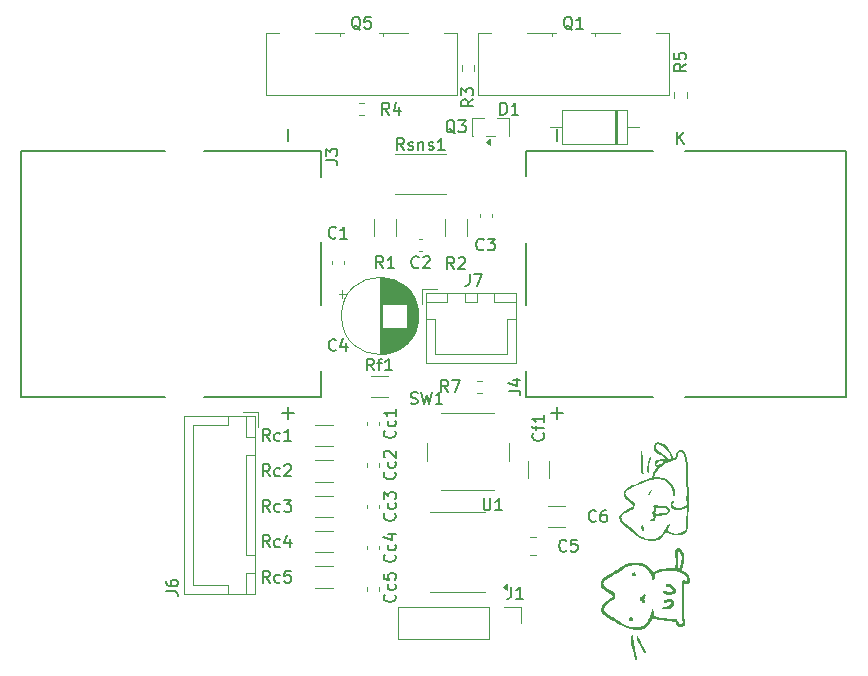
<source format=gbr>
%TF.GenerationSoftware,KiCad,Pcbnew,9.0.3*%
%TF.CreationDate,2025-12-08T06:42:03-06:00*%
%TF.ProjectId,roboboat bms v2,726f626f-626f-4617-9420-626d73207632,rev?*%
%TF.SameCoordinates,Original*%
%TF.FileFunction,Legend,Top*%
%TF.FilePolarity,Positive*%
%FSLAX46Y46*%
G04 Gerber Fmt 4.6, Leading zero omitted, Abs format (unit mm)*
G04 Created by KiCad (PCBNEW 9.0.3) date 2025-12-08 06:42:03*
%MOMM*%
%LPD*%
G01*
G04 APERTURE LIST*
%ADD10C,0.150000*%
%ADD11C,0.120000*%
%ADD12C,0.000000*%
%ADD13C,0.127000*%
G04 APERTURE END LIST*
D10*
X77333333Y-135359580D02*
X77285714Y-135407200D01*
X77285714Y-135407200D02*
X77142857Y-135454819D01*
X77142857Y-135454819D02*
X77047619Y-135454819D01*
X77047619Y-135454819D02*
X76904762Y-135407200D01*
X76904762Y-135407200D02*
X76809524Y-135311961D01*
X76809524Y-135311961D02*
X76761905Y-135216723D01*
X76761905Y-135216723D02*
X76714286Y-135026247D01*
X76714286Y-135026247D02*
X76714286Y-134883390D01*
X76714286Y-134883390D02*
X76761905Y-134692914D01*
X76761905Y-134692914D02*
X76809524Y-134597676D01*
X76809524Y-134597676D02*
X76904762Y-134502438D01*
X76904762Y-134502438D02*
X77047619Y-134454819D01*
X77047619Y-134454819D02*
X77142857Y-134454819D01*
X77142857Y-134454819D02*
X77285714Y-134502438D01*
X77285714Y-134502438D02*
X77333333Y-134550057D01*
X77666667Y-134454819D02*
X78285714Y-134454819D01*
X78285714Y-134454819D02*
X77952381Y-134835771D01*
X77952381Y-134835771D02*
X78095238Y-134835771D01*
X78095238Y-134835771D02*
X78190476Y-134883390D01*
X78190476Y-134883390D02*
X78238095Y-134931009D01*
X78238095Y-134931009D02*
X78285714Y-135026247D01*
X78285714Y-135026247D02*
X78285714Y-135264342D01*
X78285714Y-135264342D02*
X78238095Y-135359580D01*
X78238095Y-135359580D02*
X78190476Y-135407200D01*
X78190476Y-135407200D02*
X78095238Y-135454819D01*
X78095238Y-135454819D02*
X77809524Y-135454819D01*
X77809524Y-135454819D02*
X77714286Y-135407200D01*
X77714286Y-135407200D02*
X77666667Y-135359580D01*
X70571428Y-126954819D02*
X70238095Y-126478628D01*
X70000000Y-126954819D02*
X70000000Y-125954819D01*
X70000000Y-125954819D02*
X70380952Y-125954819D01*
X70380952Y-125954819D02*
X70476190Y-126002438D01*
X70476190Y-126002438D02*
X70523809Y-126050057D01*
X70523809Y-126050057D02*
X70571428Y-126145295D01*
X70571428Y-126145295D02*
X70571428Y-126288152D01*
X70571428Y-126288152D02*
X70523809Y-126383390D01*
X70523809Y-126383390D02*
X70476190Y-126431009D01*
X70476190Y-126431009D02*
X70380952Y-126478628D01*
X70380952Y-126478628D02*
X70000000Y-126478628D01*
X70952381Y-126907200D02*
X71047619Y-126954819D01*
X71047619Y-126954819D02*
X71238095Y-126954819D01*
X71238095Y-126954819D02*
X71333333Y-126907200D01*
X71333333Y-126907200D02*
X71380952Y-126811961D01*
X71380952Y-126811961D02*
X71380952Y-126764342D01*
X71380952Y-126764342D02*
X71333333Y-126669104D01*
X71333333Y-126669104D02*
X71238095Y-126621485D01*
X71238095Y-126621485D02*
X71095238Y-126621485D01*
X71095238Y-126621485D02*
X71000000Y-126573866D01*
X71000000Y-126573866D02*
X70952381Y-126478628D01*
X70952381Y-126478628D02*
X70952381Y-126431009D01*
X70952381Y-126431009D02*
X71000000Y-126335771D01*
X71000000Y-126335771D02*
X71095238Y-126288152D01*
X71095238Y-126288152D02*
X71238095Y-126288152D01*
X71238095Y-126288152D02*
X71333333Y-126335771D01*
X71809524Y-126288152D02*
X71809524Y-126954819D01*
X71809524Y-126383390D02*
X71857143Y-126335771D01*
X71857143Y-126335771D02*
X71952381Y-126288152D01*
X71952381Y-126288152D02*
X72095238Y-126288152D01*
X72095238Y-126288152D02*
X72190476Y-126335771D01*
X72190476Y-126335771D02*
X72238095Y-126431009D01*
X72238095Y-126431009D02*
X72238095Y-126954819D01*
X72666667Y-126907200D02*
X72761905Y-126954819D01*
X72761905Y-126954819D02*
X72952381Y-126954819D01*
X72952381Y-126954819D02*
X73047619Y-126907200D01*
X73047619Y-126907200D02*
X73095238Y-126811961D01*
X73095238Y-126811961D02*
X73095238Y-126764342D01*
X73095238Y-126764342D02*
X73047619Y-126669104D01*
X73047619Y-126669104D02*
X72952381Y-126621485D01*
X72952381Y-126621485D02*
X72809524Y-126621485D01*
X72809524Y-126621485D02*
X72714286Y-126573866D01*
X72714286Y-126573866D02*
X72666667Y-126478628D01*
X72666667Y-126478628D02*
X72666667Y-126431009D01*
X72666667Y-126431009D02*
X72714286Y-126335771D01*
X72714286Y-126335771D02*
X72809524Y-126288152D01*
X72809524Y-126288152D02*
X72952381Y-126288152D01*
X72952381Y-126288152D02*
X73047619Y-126335771D01*
X74047619Y-126954819D02*
X73476191Y-126954819D01*
X73761905Y-126954819D02*
X73761905Y-125954819D01*
X73761905Y-125954819D02*
X73666667Y-126097676D01*
X73666667Y-126097676D02*
X73571429Y-126192914D01*
X73571429Y-126192914D02*
X73476191Y-126240533D01*
X59229761Y-160579819D02*
X58896428Y-160103628D01*
X58658333Y-160579819D02*
X58658333Y-159579819D01*
X58658333Y-159579819D02*
X59039285Y-159579819D01*
X59039285Y-159579819D02*
X59134523Y-159627438D01*
X59134523Y-159627438D02*
X59182142Y-159675057D01*
X59182142Y-159675057D02*
X59229761Y-159770295D01*
X59229761Y-159770295D02*
X59229761Y-159913152D01*
X59229761Y-159913152D02*
X59182142Y-160008390D01*
X59182142Y-160008390D02*
X59134523Y-160056009D01*
X59134523Y-160056009D02*
X59039285Y-160103628D01*
X59039285Y-160103628D02*
X58658333Y-160103628D01*
X60086904Y-160532200D02*
X59991666Y-160579819D01*
X59991666Y-160579819D02*
X59801190Y-160579819D01*
X59801190Y-160579819D02*
X59705952Y-160532200D01*
X59705952Y-160532200D02*
X59658333Y-160484580D01*
X59658333Y-160484580D02*
X59610714Y-160389342D01*
X59610714Y-160389342D02*
X59610714Y-160103628D01*
X59610714Y-160103628D02*
X59658333Y-160008390D01*
X59658333Y-160008390D02*
X59705952Y-159960771D01*
X59705952Y-159960771D02*
X59801190Y-159913152D01*
X59801190Y-159913152D02*
X59991666Y-159913152D01*
X59991666Y-159913152D02*
X60086904Y-159960771D01*
X60944047Y-159913152D02*
X60944047Y-160579819D01*
X60705952Y-159532200D02*
X60467857Y-160246485D01*
X60467857Y-160246485D02*
X61086904Y-160246485D01*
X59229761Y-154579819D02*
X58896428Y-154103628D01*
X58658333Y-154579819D02*
X58658333Y-153579819D01*
X58658333Y-153579819D02*
X59039285Y-153579819D01*
X59039285Y-153579819D02*
X59134523Y-153627438D01*
X59134523Y-153627438D02*
X59182142Y-153675057D01*
X59182142Y-153675057D02*
X59229761Y-153770295D01*
X59229761Y-153770295D02*
X59229761Y-153913152D01*
X59229761Y-153913152D02*
X59182142Y-154008390D01*
X59182142Y-154008390D02*
X59134523Y-154056009D01*
X59134523Y-154056009D02*
X59039285Y-154103628D01*
X59039285Y-154103628D02*
X58658333Y-154103628D01*
X60086904Y-154532200D02*
X59991666Y-154579819D01*
X59991666Y-154579819D02*
X59801190Y-154579819D01*
X59801190Y-154579819D02*
X59705952Y-154532200D01*
X59705952Y-154532200D02*
X59658333Y-154484580D01*
X59658333Y-154484580D02*
X59610714Y-154389342D01*
X59610714Y-154389342D02*
X59610714Y-154103628D01*
X59610714Y-154103628D02*
X59658333Y-154008390D01*
X59658333Y-154008390D02*
X59705952Y-153960771D01*
X59705952Y-153960771D02*
X59801190Y-153913152D01*
X59801190Y-153913152D02*
X59991666Y-153913152D01*
X59991666Y-153913152D02*
X60086904Y-153960771D01*
X60467857Y-153675057D02*
X60515476Y-153627438D01*
X60515476Y-153627438D02*
X60610714Y-153579819D01*
X60610714Y-153579819D02*
X60848809Y-153579819D01*
X60848809Y-153579819D02*
X60944047Y-153627438D01*
X60944047Y-153627438D02*
X60991666Y-153675057D01*
X60991666Y-153675057D02*
X61039285Y-153770295D01*
X61039285Y-153770295D02*
X61039285Y-153865533D01*
X61039285Y-153865533D02*
X60991666Y-154008390D01*
X60991666Y-154008390D02*
X60420238Y-154579819D01*
X60420238Y-154579819D02*
X61039285Y-154579819D01*
X69333333Y-123954819D02*
X69000000Y-123478628D01*
X68761905Y-123954819D02*
X68761905Y-122954819D01*
X68761905Y-122954819D02*
X69142857Y-122954819D01*
X69142857Y-122954819D02*
X69238095Y-123002438D01*
X69238095Y-123002438D02*
X69285714Y-123050057D01*
X69285714Y-123050057D02*
X69333333Y-123145295D01*
X69333333Y-123145295D02*
X69333333Y-123288152D01*
X69333333Y-123288152D02*
X69285714Y-123383390D01*
X69285714Y-123383390D02*
X69238095Y-123431009D01*
X69238095Y-123431009D02*
X69142857Y-123478628D01*
X69142857Y-123478628D02*
X68761905Y-123478628D01*
X70190476Y-123288152D02*
X70190476Y-123954819D01*
X69952381Y-122907200D02*
X69714286Y-123621485D01*
X69714286Y-123621485D02*
X70333333Y-123621485D01*
X69789580Y-150720238D02*
X69837200Y-150767857D01*
X69837200Y-150767857D02*
X69884819Y-150910714D01*
X69884819Y-150910714D02*
X69884819Y-151005952D01*
X69884819Y-151005952D02*
X69837200Y-151148809D01*
X69837200Y-151148809D02*
X69741961Y-151244047D01*
X69741961Y-151244047D02*
X69646723Y-151291666D01*
X69646723Y-151291666D02*
X69456247Y-151339285D01*
X69456247Y-151339285D02*
X69313390Y-151339285D01*
X69313390Y-151339285D02*
X69122914Y-151291666D01*
X69122914Y-151291666D02*
X69027676Y-151244047D01*
X69027676Y-151244047D02*
X68932438Y-151148809D01*
X68932438Y-151148809D02*
X68884819Y-151005952D01*
X68884819Y-151005952D02*
X68884819Y-150910714D01*
X68884819Y-150910714D02*
X68932438Y-150767857D01*
X68932438Y-150767857D02*
X68980057Y-150720238D01*
X69837200Y-149863095D02*
X69884819Y-149958333D01*
X69884819Y-149958333D02*
X69884819Y-150148809D01*
X69884819Y-150148809D02*
X69837200Y-150244047D01*
X69837200Y-150244047D02*
X69789580Y-150291666D01*
X69789580Y-150291666D02*
X69694342Y-150339285D01*
X69694342Y-150339285D02*
X69408628Y-150339285D01*
X69408628Y-150339285D02*
X69313390Y-150291666D01*
X69313390Y-150291666D02*
X69265771Y-150244047D01*
X69265771Y-150244047D02*
X69218152Y-150148809D01*
X69218152Y-150148809D02*
X69218152Y-149958333D01*
X69218152Y-149958333D02*
X69265771Y-149863095D01*
X69884819Y-148910714D02*
X69884819Y-149482142D01*
X69884819Y-149196428D02*
X68884819Y-149196428D01*
X68884819Y-149196428D02*
X69027676Y-149291666D01*
X69027676Y-149291666D02*
X69122914Y-149386904D01*
X69122914Y-149386904D02*
X69170533Y-149482142D01*
X59229761Y-157579819D02*
X58896428Y-157103628D01*
X58658333Y-157579819D02*
X58658333Y-156579819D01*
X58658333Y-156579819D02*
X59039285Y-156579819D01*
X59039285Y-156579819D02*
X59134523Y-156627438D01*
X59134523Y-156627438D02*
X59182142Y-156675057D01*
X59182142Y-156675057D02*
X59229761Y-156770295D01*
X59229761Y-156770295D02*
X59229761Y-156913152D01*
X59229761Y-156913152D02*
X59182142Y-157008390D01*
X59182142Y-157008390D02*
X59134523Y-157056009D01*
X59134523Y-157056009D02*
X59039285Y-157103628D01*
X59039285Y-157103628D02*
X58658333Y-157103628D01*
X60086904Y-157532200D02*
X59991666Y-157579819D01*
X59991666Y-157579819D02*
X59801190Y-157579819D01*
X59801190Y-157579819D02*
X59705952Y-157532200D01*
X59705952Y-157532200D02*
X59658333Y-157484580D01*
X59658333Y-157484580D02*
X59610714Y-157389342D01*
X59610714Y-157389342D02*
X59610714Y-157103628D01*
X59610714Y-157103628D02*
X59658333Y-157008390D01*
X59658333Y-157008390D02*
X59705952Y-156960771D01*
X59705952Y-156960771D02*
X59801190Y-156913152D01*
X59801190Y-156913152D02*
X59991666Y-156913152D01*
X59991666Y-156913152D02*
X60086904Y-156960771D01*
X60420238Y-156579819D02*
X61039285Y-156579819D01*
X61039285Y-156579819D02*
X60705952Y-156960771D01*
X60705952Y-156960771D02*
X60848809Y-156960771D01*
X60848809Y-156960771D02*
X60944047Y-157008390D01*
X60944047Y-157008390D02*
X60991666Y-157056009D01*
X60991666Y-157056009D02*
X61039285Y-157151247D01*
X61039285Y-157151247D02*
X61039285Y-157389342D01*
X61039285Y-157389342D02*
X60991666Y-157484580D01*
X60991666Y-157484580D02*
X60944047Y-157532200D01*
X60944047Y-157532200D02*
X60848809Y-157579819D01*
X60848809Y-157579819D02*
X60563095Y-157579819D01*
X60563095Y-157579819D02*
X60467857Y-157532200D01*
X60467857Y-157532200D02*
X60420238Y-157484580D01*
X69789580Y-154220238D02*
X69837200Y-154267857D01*
X69837200Y-154267857D02*
X69884819Y-154410714D01*
X69884819Y-154410714D02*
X69884819Y-154505952D01*
X69884819Y-154505952D02*
X69837200Y-154648809D01*
X69837200Y-154648809D02*
X69741961Y-154744047D01*
X69741961Y-154744047D02*
X69646723Y-154791666D01*
X69646723Y-154791666D02*
X69456247Y-154839285D01*
X69456247Y-154839285D02*
X69313390Y-154839285D01*
X69313390Y-154839285D02*
X69122914Y-154791666D01*
X69122914Y-154791666D02*
X69027676Y-154744047D01*
X69027676Y-154744047D02*
X68932438Y-154648809D01*
X68932438Y-154648809D02*
X68884819Y-154505952D01*
X68884819Y-154505952D02*
X68884819Y-154410714D01*
X68884819Y-154410714D02*
X68932438Y-154267857D01*
X68932438Y-154267857D02*
X68980057Y-154220238D01*
X69837200Y-153363095D02*
X69884819Y-153458333D01*
X69884819Y-153458333D02*
X69884819Y-153648809D01*
X69884819Y-153648809D02*
X69837200Y-153744047D01*
X69837200Y-153744047D02*
X69789580Y-153791666D01*
X69789580Y-153791666D02*
X69694342Y-153839285D01*
X69694342Y-153839285D02*
X69408628Y-153839285D01*
X69408628Y-153839285D02*
X69313390Y-153791666D01*
X69313390Y-153791666D02*
X69265771Y-153744047D01*
X69265771Y-153744047D02*
X69218152Y-153648809D01*
X69218152Y-153648809D02*
X69218152Y-153458333D01*
X69218152Y-153458333D02*
X69265771Y-153363095D01*
X68980057Y-152982142D02*
X68932438Y-152934523D01*
X68932438Y-152934523D02*
X68884819Y-152839285D01*
X68884819Y-152839285D02*
X68884819Y-152601190D01*
X68884819Y-152601190D02*
X68932438Y-152505952D01*
X68932438Y-152505952D02*
X68980057Y-152458333D01*
X68980057Y-152458333D02*
X69075295Y-152410714D01*
X69075295Y-152410714D02*
X69170533Y-152410714D01*
X69170533Y-152410714D02*
X69313390Y-152458333D01*
X69313390Y-152458333D02*
X69884819Y-153029761D01*
X69884819Y-153029761D02*
X69884819Y-152410714D01*
X82359580Y-150952381D02*
X82407200Y-151000000D01*
X82407200Y-151000000D02*
X82454819Y-151142857D01*
X82454819Y-151142857D02*
X82454819Y-151238095D01*
X82454819Y-151238095D02*
X82407200Y-151380952D01*
X82407200Y-151380952D02*
X82311961Y-151476190D01*
X82311961Y-151476190D02*
X82216723Y-151523809D01*
X82216723Y-151523809D02*
X82026247Y-151571428D01*
X82026247Y-151571428D02*
X81883390Y-151571428D01*
X81883390Y-151571428D02*
X81692914Y-151523809D01*
X81692914Y-151523809D02*
X81597676Y-151476190D01*
X81597676Y-151476190D02*
X81502438Y-151380952D01*
X81502438Y-151380952D02*
X81454819Y-151238095D01*
X81454819Y-151238095D02*
X81454819Y-151142857D01*
X81454819Y-151142857D02*
X81502438Y-151000000D01*
X81502438Y-151000000D02*
X81550057Y-150952381D01*
X81788152Y-150666666D02*
X81788152Y-150285714D01*
X82454819Y-150523809D02*
X81597676Y-150523809D01*
X81597676Y-150523809D02*
X81502438Y-150476190D01*
X81502438Y-150476190D02*
X81454819Y-150380952D01*
X81454819Y-150380952D02*
X81454819Y-150285714D01*
X82454819Y-149428571D02*
X82454819Y-149999999D01*
X82454819Y-149714285D02*
X81454819Y-149714285D01*
X81454819Y-149714285D02*
X81597676Y-149809523D01*
X81597676Y-149809523D02*
X81692914Y-149904761D01*
X81692914Y-149904761D02*
X81740533Y-149999999D01*
X79666666Y-163954819D02*
X79666666Y-164669104D01*
X79666666Y-164669104D02*
X79619047Y-164811961D01*
X79619047Y-164811961D02*
X79523809Y-164907200D01*
X79523809Y-164907200D02*
X79380952Y-164954819D01*
X79380952Y-164954819D02*
X79285714Y-164954819D01*
X80666666Y-164954819D02*
X80095238Y-164954819D01*
X80380952Y-164954819D02*
X80380952Y-163954819D01*
X80380952Y-163954819D02*
X80285714Y-164097676D01*
X80285714Y-164097676D02*
X80190476Y-164192914D01*
X80190476Y-164192914D02*
X80095238Y-164240533D01*
X69789580Y-161220238D02*
X69837200Y-161267857D01*
X69837200Y-161267857D02*
X69884819Y-161410714D01*
X69884819Y-161410714D02*
X69884819Y-161505952D01*
X69884819Y-161505952D02*
X69837200Y-161648809D01*
X69837200Y-161648809D02*
X69741961Y-161744047D01*
X69741961Y-161744047D02*
X69646723Y-161791666D01*
X69646723Y-161791666D02*
X69456247Y-161839285D01*
X69456247Y-161839285D02*
X69313390Y-161839285D01*
X69313390Y-161839285D02*
X69122914Y-161791666D01*
X69122914Y-161791666D02*
X69027676Y-161744047D01*
X69027676Y-161744047D02*
X68932438Y-161648809D01*
X68932438Y-161648809D02*
X68884819Y-161505952D01*
X68884819Y-161505952D02*
X68884819Y-161410714D01*
X68884819Y-161410714D02*
X68932438Y-161267857D01*
X68932438Y-161267857D02*
X68980057Y-161220238D01*
X69837200Y-160363095D02*
X69884819Y-160458333D01*
X69884819Y-160458333D02*
X69884819Y-160648809D01*
X69884819Y-160648809D02*
X69837200Y-160744047D01*
X69837200Y-160744047D02*
X69789580Y-160791666D01*
X69789580Y-160791666D02*
X69694342Y-160839285D01*
X69694342Y-160839285D02*
X69408628Y-160839285D01*
X69408628Y-160839285D02*
X69313390Y-160791666D01*
X69313390Y-160791666D02*
X69265771Y-160744047D01*
X69265771Y-160744047D02*
X69218152Y-160648809D01*
X69218152Y-160648809D02*
X69218152Y-160458333D01*
X69218152Y-160458333D02*
X69265771Y-160363095D01*
X69218152Y-159505952D02*
X69884819Y-159505952D01*
X68837200Y-159744047D02*
X69551485Y-159982142D01*
X69551485Y-159982142D02*
X69551485Y-159363095D01*
X71166667Y-148407200D02*
X71309524Y-148454819D01*
X71309524Y-148454819D02*
X71547619Y-148454819D01*
X71547619Y-148454819D02*
X71642857Y-148407200D01*
X71642857Y-148407200D02*
X71690476Y-148359580D01*
X71690476Y-148359580D02*
X71738095Y-148264342D01*
X71738095Y-148264342D02*
X71738095Y-148169104D01*
X71738095Y-148169104D02*
X71690476Y-148073866D01*
X71690476Y-148073866D02*
X71642857Y-148026247D01*
X71642857Y-148026247D02*
X71547619Y-147978628D01*
X71547619Y-147978628D02*
X71357143Y-147931009D01*
X71357143Y-147931009D02*
X71261905Y-147883390D01*
X71261905Y-147883390D02*
X71214286Y-147835771D01*
X71214286Y-147835771D02*
X71166667Y-147740533D01*
X71166667Y-147740533D02*
X71166667Y-147645295D01*
X71166667Y-147645295D02*
X71214286Y-147550057D01*
X71214286Y-147550057D02*
X71261905Y-147502438D01*
X71261905Y-147502438D02*
X71357143Y-147454819D01*
X71357143Y-147454819D02*
X71595238Y-147454819D01*
X71595238Y-147454819D02*
X71738095Y-147502438D01*
X72071429Y-147454819D02*
X72309524Y-148454819D01*
X72309524Y-148454819D02*
X72500000Y-147740533D01*
X72500000Y-147740533D02*
X72690476Y-148454819D01*
X72690476Y-148454819D02*
X72928572Y-147454819D01*
X73833333Y-148454819D02*
X73261905Y-148454819D01*
X73547619Y-148454819D02*
X73547619Y-147454819D01*
X73547619Y-147454819D02*
X73452381Y-147597676D01*
X73452381Y-147597676D02*
X73357143Y-147692914D01*
X73357143Y-147692914D02*
X73261905Y-147740533D01*
X64833333Y-143859580D02*
X64785714Y-143907200D01*
X64785714Y-143907200D02*
X64642857Y-143954819D01*
X64642857Y-143954819D02*
X64547619Y-143954819D01*
X64547619Y-143954819D02*
X64404762Y-143907200D01*
X64404762Y-143907200D02*
X64309524Y-143811961D01*
X64309524Y-143811961D02*
X64261905Y-143716723D01*
X64261905Y-143716723D02*
X64214286Y-143526247D01*
X64214286Y-143526247D02*
X64214286Y-143383390D01*
X64214286Y-143383390D02*
X64261905Y-143192914D01*
X64261905Y-143192914D02*
X64309524Y-143097676D01*
X64309524Y-143097676D02*
X64404762Y-143002438D01*
X64404762Y-143002438D02*
X64547619Y-142954819D01*
X64547619Y-142954819D02*
X64642857Y-142954819D01*
X64642857Y-142954819D02*
X64785714Y-143002438D01*
X64785714Y-143002438D02*
X64833333Y-143050057D01*
X65690476Y-143288152D02*
X65690476Y-143954819D01*
X65452381Y-142907200D02*
X65214286Y-143621485D01*
X65214286Y-143621485D02*
X65833333Y-143621485D01*
X84333333Y-160859580D02*
X84285714Y-160907200D01*
X84285714Y-160907200D02*
X84142857Y-160954819D01*
X84142857Y-160954819D02*
X84047619Y-160954819D01*
X84047619Y-160954819D02*
X83904762Y-160907200D01*
X83904762Y-160907200D02*
X83809524Y-160811961D01*
X83809524Y-160811961D02*
X83761905Y-160716723D01*
X83761905Y-160716723D02*
X83714286Y-160526247D01*
X83714286Y-160526247D02*
X83714286Y-160383390D01*
X83714286Y-160383390D02*
X83761905Y-160192914D01*
X83761905Y-160192914D02*
X83809524Y-160097676D01*
X83809524Y-160097676D02*
X83904762Y-160002438D01*
X83904762Y-160002438D02*
X84047619Y-159954819D01*
X84047619Y-159954819D02*
X84142857Y-159954819D01*
X84142857Y-159954819D02*
X84285714Y-160002438D01*
X84285714Y-160002438D02*
X84333333Y-160050057D01*
X85238095Y-159954819D02*
X84761905Y-159954819D01*
X84761905Y-159954819D02*
X84714286Y-160431009D01*
X84714286Y-160431009D02*
X84761905Y-160383390D01*
X84761905Y-160383390D02*
X84857143Y-160335771D01*
X84857143Y-160335771D02*
X85095238Y-160335771D01*
X85095238Y-160335771D02*
X85190476Y-160383390D01*
X85190476Y-160383390D02*
X85238095Y-160431009D01*
X85238095Y-160431009D02*
X85285714Y-160526247D01*
X85285714Y-160526247D02*
X85285714Y-160764342D01*
X85285714Y-160764342D02*
X85238095Y-160859580D01*
X85238095Y-160859580D02*
X85190476Y-160907200D01*
X85190476Y-160907200D02*
X85095238Y-160954819D01*
X85095238Y-160954819D02*
X84857143Y-160954819D01*
X84857143Y-160954819D02*
X84761905Y-160907200D01*
X84761905Y-160907200D02*
X84714286Y-160859580D01*
X76166666Y-137454819D02*
X76166666Y-138169104D01*
X76166666Y-138169104D02*
X76119047Y-138311961D01*
X76119047Y-138311961D02*
X76023809Y-138407200D01*
X76023809Y-138407200D02*
X75880952Y-138454819D01*
X75880952Y-138454819D02*
X75785714Y-138454819D01*
X76547619Y-137454819D02*
X77214285Y-137454819D01*
X77214285Y-137454819D02*
X76785714Y-138454819D01*
X86833333Y-158359580D02*
X86785714Y-158407200D01*
X86785714Y-158407200D02*
X86642857Y-158454819D01*
X86642857Y-158454819D02*
X86547619Y-158454819D01*
X86547619Y-158454819D02*
X86404762Y-158407200D01*
X86404762Y-158407200D02*
X86309524Y-158311961D01*
X86309524Y-158311961D02*
X86261905Y-158216723D01*
X86261905Y-158216723D02*
X86214286Y-158026247D01*
X86214286Y-158026247D02*
X86214286Y-157883390D01*
X86214286Y-157883390D02*
X86261905Y-157692914D01*
X86261905Y-157692914D02*
X86309524Y-157597676D01*
X86309524Y-157597676D02*
X86404762Y-157502438D01*
X86404762Y-157502438D02*
X86547619Y-157454819D01*
X86547619Y-157454819D02*
X86642857Y-157454819D01*
X86642857Y-157454819D02*
X86785714Y-157502438D01*
X86785714Y-157502438D02*
X86833333Y-157550057D01*
X87690476Y-157454819D02*
X87500000Y-157454819D01*
X87500000Y-157454819D02*
X87404762Y-157502438D01*
X87404762Y-157502438D02*
X87357143Y-157550057D01*
X87357143Y-157550057D02*
X87261905Y-157692914D01*
X87261905Y-157692914D02*
X87214286Y-157883390D01*
X87214286Y-157883390D02*
X87214286Y-158264342D01*
X87214286Y-158264342D02*
X87261905Y-158359580D01*
X87261905Y-158359580D02*
X87309524Y-158407200D01*
X87309524Y-158407200D02*
X87404762Y-158454819D01*
X87404762Y-158454819D02*
X87595238Y-158454819D01*
X87595238Y-158454819D02*
X87690476Y-158407200D01*
X87690476Y-158407200D02*
X87738095Y-158359580D01*
X87738095Y-158359580D02*
X87785714Y-158264342D01*
X87785714Y-158264342D02*
X87785714Y-158026247D01*
X87785714Y-158026247D02*
X87738095Y-157931009D01*
X87738095Y-157931009D02*
X87690476Y-157883390D01*
X87690476Y-157883390D02*
X87595238Y-157835771D01*
X87595238Y-157835771D02*
X87404762Y-157835771D01*
X87404762Y-157835771D02*
X87309524Y-157883390D01*
X87309524Y-157883390D02*
X87261905Y-157931009D01*
X87261905Y-157931009D02*
X87214286Y-158026247D01*
X50454819Y-164333333D02*
X51169104Y-164333333D01*
X51169104Y-164333333D02*
X51311961Y-164380952D01*
X51311961Y-164380952D02*
X51407200Y-164476190D01*
X51407200Y-164476190D02*
X51454819Y-164619047D01*
X51454819Y-164619047D02*
X51454819Y-164714285D01*
X50454819Y-163428571D02*
X50454819Y-163619047D01*
X50454819Y-163619047D02*
X50502438Y-163714285D01*
X50502438Y-163714285D02*
X50550057Y-163761904D01*
X50550057Y-163761904D02*
X50692914Y-163857142D01*
X50692914Y-163857142D02*
X50883390Y-163904761D01*
X50883390Y-163904761D02*
X51264342Y-163904761D01*
X51264342Y-163904761D02*
X51359580Y-163857142D01*
X51359580Y-163857142D02*
X51407200Y-163809523D01*
X51407200Y-163809523D02*
X51454819Y-163714285D01*
X51454819Y-163714285D02*
X51454819Y-163523809D01*
X51454819Y-163523809D02*
X51407200Y-163428571D01*
X51407200Y-163428571D02*
X51359580Y-163380952D01*
X51359580Y-163380952D02*
X51264342Y-163333333D01*
X51264342Y-163333333D02*
X51026247Y-163333333D01*
X51026247Y-163333333D02*
X50931009Y-163380952D01*
X50931009Y-163380952D02*
X50883390Y-163428571D01*
X50883390Y-163428571D02*
X50835771Y-163523809D01*
X50835771Y-163523809D02*
X50835771Y-163714285D01*
X50835771Y-163714285D02*
X50883390Y-163809523D01*
X50883390Y-163809523D02*
X50931009Y-163857142D01*
X50931009Y-163857142D02*
X51026247Y-163904761D01*
X68833333Y-136954819D02*
X68500000Y-136478628D01*
X68261905Y-136954819D02*
X68261905Y-135954819D01*
X68261905Y-135954819D02*
X68642857Y-135954819D01*
X68642857Y-135954819D02*
X68738095Y-136002438D01*
X68738095Y-136002438D02*
X68785714Y-136050057D01*
X68785714Y-136050057D02*
X68833333Y-136145295D01*
X68833333Y-136145295D02*
X68833333Y-136288152D01*
X68833333Y-136288152D02*
X68785714Y-136383390D01*
X68785714Y-136383390D02*
X68738095Y-136431009D01*
X68738095Y-136431009D02*
X68642857Y-136478628D01*
X68642857Y-136478628D02*
X68261905Y-136478628D01*
X69785714Y-136954819D02*
X69214286Y-136954819D01*
X69500000Y-136954819D02*
X69500000Y-135954819D01*
X69500000Y-135954819D02*
X69404762Y-136097676D01*
X69404762Y-136097676D02*
X69309524Y-136192914D01*
X69309524Y-136192914D02*
X69214286Y-136240533D01*
X77338095Y-156454819D02*
X77338095Y-157264342D01*
X77338095Y-157264342D02*
X77385714Y-157359580D01*
X77385714Y-157359580D02*
X77433333Y-157407200D01*
X77433333Y-157407200D02*
X77528571Y-157454819D01*
X77528571Y-157454819D02*
X77719047Y-157454819D01*
X77719047Y-157454819D02*
X77814285Y-157407200D01*
X77814285Y-157407200D02*
X77861904Y-157359580D01*
X77861904Y-157359580D02*
X77909523Y-157264342D01*
X77909523Y-157264342D02*
X77909523Y-156454819D01*
X78909523Y-157454819D02*
X78338095Y-157454819D01*
X78623809Y-157454819D02*
X78623809Y-156454819D01*
X78623809Y-156454819D02*
X78528571Y-156597676D01*
X78528571Y-156597676D02*
X78433333Y-156692914D01*
X78433333Y-156692914D02*
X78338095Y-156740533D01*
X78761905Y-123954819D02*
X78761905Y-122954819D01*
X78761905Y-122954819D02*
X79000000Y-122954819D01*
X79000000Y-122954819D02*
X79142857Y-123002438D01*
X79142857Y-123002438D02*
X79238095Y-123097676D01*
X79238095Y-123097676D02*
X79285714Y-123192914D01*
X79285714Y-123192914D02*
X79333333Y-123383390D01*
X79333333Y-123383390D02*
X79333333Y-123526247D01*
X79333333Y-123526247D02*
X79285714Y-123716723D01*
X79285714Y-123716723D02*
X79238095Y-123811961D01*
X79238095Y-123811961D02*
X79142857Y-123907200D01*
X79142857Y-123907200D02*
X79000000Y-123954819D01*
X79000000Y-123954819D02*
X78761905Y-123954819D01*
X80285714Y-123954819D02*
X79714286Y-123954819D01*
X80000000Y-123954819D02*
X80000000Y-122954819D01*
X80000000Y-122954819D02*
X79904762Y-123097676D01*
X79904762Y-123097676D02*
X79809524Y-123192914D01*
X79809524Y-123192914D02*
X79714286Y-123240533D01*
X93738095Y-126454819D02*
X93738095Y-125454819D01*
X94309523Y-126454819D02*
X93880952Y-125883390D01*
X94309523Y-125454819D02*
X93738095Y-126026247D01*
X59229761Y-163579819D02*
X58896428Y-163103628D01*
X58658333Y-163579819D02*
X58658333Y-162579819D01*
X58658333Y-162579819D02*
X59039285Y-162579819D01*
X59039285Y-162579819D02*
X59134523Y-162627438D01*
X59134523Y-162627438D02*
X59182142Y-162675057D01*
X59182142Y-162675057D02*
X59229761Y-162770295D01*
X59229761Y-162770295D02*
X59229761Y-162913152D01*
X59229761Y-162913152D02*
X59182142Y-163008390D01*
X59182142Y-163008390D02*
X59134523Y-163056009D01*
X59134523Y-163056009D02*
X59039285Y-163103628D01*
X59039285Y-163103628D02*
X58658333Y-163103628D01*
X60086904Y-163532200D02*
X59991666Y-163579819D01*
X59991666Y-163579819D02*
X59801190Y-163579819D01*
X59801190Y-163579819D02*
X59705952Y-163532200D01*
X59705952Y-163532200D02*
X59658333Y-163484580D01*
X59658333Y-163484580D02*
X59610714Y-163389342D01*
X59610714Y-163389342D02*
X59610714Y-163103628D01*
X59610714Y-163103628D02*
X59658333Y-163008390D01*
X59658333Y-163008390D02*
X59705952Y-162960771D01*
X59705952Y-162960771D02*
X59801190Y-162913152D01*
X59801190Y-162913152D02*
X59991666Y-162913152D01*
X59991666Y-162913152D02*
X60086904Y-162960771D01*
X60991666Y-162579819D02*
X60515476Y-162579819D01*
X60515476Y-162579819D02*
X60467857Y-163056009D01*
X60467857Y-163056009D02*
X60515476Y-163008390D01*
X60515476Y-163008390D02*
X60610714Y-162960771D01*
X60610714Y-162960771D02*
X60848809Y-162960771D01*
X60848809Y-162960771D02*
X60944047Y-163008390D01*
X60944047Y-163008390D02*
X60991666Y-163056009D01*
X60991666Y-163056009D02*
X61039285Y-163151247D01*
X61039285Y-163151247D02*
X61039285Y-163389342D01*
X61039285Y-163389342D02*
X60991666Y-163484580D01*
X60991666Y-163484580D02*
X60944047Y-163532200D01*
X60944047Y-163532200D02*
X60848809Y-163579819D01*
X60848809Y-163579819D02*
X60610714Y-163579819D01*
X60610714Y-163579819D02*
X60515476Y-163532200D01*
X60515476Y-163532200D02*
X60467857Y-163484580D01*
X69789580Y-164595238D02*
X69837200Y-164642857D01*
X69837200Y-164642857D02*
X69884819Y-164785714D01*
X69884819Y-164785714D02*
X69884819Y-164880952D01*
X69884819Y-164880952D02*
X69837200Y-165023809D01*
X69837200Y-165023809D02*
X69741961Y-165119047D01*
X69741961Y-165119047D02*
X69646723Y-165166666D01*
X69646723Y-165166666D02*
X69456247Y-165214285D01*
X69456247Y-165214285D02*
X69313390Y-165214285D01*
X69313390Y-165214285D02*
X69122914Y-165166666D01*
X69122914Y-165166666D02*
X69027676Y-165119047D01*
X69027676Y-165119047D02*
X68932438Y-165023809D01*
X68932438Y-165023809D02*
X68884819Y-164880952D01*
X68884819Y-164880952D02*
X68884819Y-164785714D01*
X68884819Y-164785714D02*
X68932438Y-164642857D01*
X68932438Y-164642857D02*
X68980057Y-164595238D01*
X69837200Y-163738095D02*
X69884819Y-163833333D01*
X69884819Y-163833333D02*
X69884819Y-164023809D01*
X69884819Y-164023809D02*
X69837200Y-164119047D01*
X69837200Y-164119047D02*
X69789580Y-164166666D01*
X69789580Y-164166666D02*
X69694342Y-164214285D01*
X69694342Y-164214285D02*
X69408628Y-164214285D01*
X69408628Y-164214285D02*
X69313390Y-164166666D01*
X69313390Y-164166666D02*
X69265771Y-164119047D01*
X69265771Y-164119047D02*
X69218152Y-164023809D01*
X69218152Y-164023809D02*
X69218152Y-163833333D01*
X69218152Y-163833333D02*
X69265771Y-163738095D01*
X68884819Y-162833333D02*
X68884819Y-163309523D01*
X68884819Y-163309523D02*
X69361009Y-163357142D01*
X69361009Y-163357142D02*
X69313390Y-163309523D01*
X69313390Y-163309523D02*
X69265771Y-163214285D01*
X69265771Y-163214285D02*
X69265771Y-162976190D01*
X69265771Y-162976190D02*
X69313390Y-162880952D01*
X69313390Y-162880952D02*
X69361009Y-162833333D01*
X69361009Y-162833333D02*
X69456247Y-162785714D01*
X69456247Y-162785714D02*
X69694342Y-162785714D01*
X69694342Y-162785714D02*
X69789580Y-162833333D01*
X69789580Y-162833333D02*
X69837200Y-162880952D01*
X69837200Y-162880952D02*
X69884819Y-162976190D01*
X69884819Y-162976190D02*
X69884819Y-163214285D01*
X69884819Y-163214285D02*
X69837200Y-163309523D01*
X69837200Y-163309523D02*
X69789580Y-163357142D01*
X68047618Y-145624819D02*
X67714285Y-145148628D01*
X67476190Y-145624819D02*
X67476190Y-144624819D01*
X67476190Y-144624819D02*
X67857142Y-144624819D01*
X67857142Y-144624819D02*
X67952380Y-144672438D01*
X67952380Y-144672438D02*
X67999999Y-144720057D01*
X67999999Y-144720057D02*
X68047618Y-144815295D01*
X68047618Y-144815295D02*
X68047618Y-144958152D01*
X68047618Y-144958152D02*
X67999999Y-145053390D01*
X67999999Y-145053390D02*
X67952380Y-145101009D01*
X67952380Y-145101009D02*
X67857142Y-145148628D01*
X67857142Y-145148628D02*
X67476190Y-145148628D01*
X68333333Y-144958152D02*
X68714285Y-144958152D01*
X68476190Y-145624819D02*
X68476190Y-144767676D01*
X68476190Y-144767676D02*
X68523809Y-144672438D01*
X68523809Y-144672438D02*
X68619047Y-144624819D01*
X68619047Y-144624819D02*
X68714285Y-144624819D01*
X69571428Y-145624819D02*
X69000000Y-145624819D01*
X69285714Y-145624819D02*
X69285714Y-144624819D01*
X69285714Y-144624819D02*
X69190476Y-144767676D01*
X69190476Y-144767676D02*
X69095238Y-144862914D01*
X69095238Y-144862914D02*
X69000000Y-144910533D01*
X84854761Y-116770057D02*
X84759523Y-116722438D01*
X84759523Y-116722438D02*
X84664285Y-116627200D01*
X84664285Y-116627200D02*
X84521428Y-116484342D01*
X84521428Y-116484342D02*
X84426190Y-116436723D01*
X84426190Y-116436723D02*
X84330952Y-116436723D01*
X84378571Y-116674819D02*
X84283333Y-116627200D01*
X84283333Y-116627200D02*
X84188095Y-116531961D01*
X84188095Y-116531961D02*
X84140476Y-116341485D01*
X84140476Y-116341485D02*
X84140476Y-116008152D01*
X84140476Y-116008152D02*
X84188095Y-115817676D01*
X84188095Y-115817676D02*
X84283333Y-115722438D01*
X84283333Y-115722438D02*
X84378571Y-115674819D01*
X84378571Y-115674819D02*
X84569047Y-115674819D01*
X84569047Y-115674819D02*
X84664285Y-115722438D01*
X84664285Y-115722438D02*
X84759523Y-115817676D01*
X84759523Y-115817676D02*
X84807142Y-116008152D01*
X84807142Y-116008152D02*
X84807142Y-116341485D01*
X84807142Y-116341485D02*
X84759523Y-116531961D01*
X84759523Y-116531961D02*
X84664285Y-116627200D01*
X84664285Y-116627200D02*
X84569047Y-116674819D01*
X84569047Y-116674819D02*
X84378571Y-116674819D01*
X85759523Y-116674819D02*
X85188095Y-116674819D01*
X85473809Y-116674819D02*
X85473809Y-115674819D01*
X85473809Y-115674819D02*
X85378571Y-115817676D01*
X85378571Y-115817676D02*
X85283333Y-115912914D01*
X85283333Y-115912914D02*
X85188095Y-115960533D01*
X76454819Y-122666666D02*
X75978628Y-122999999D01*
X76454819Y-123238094D02*
X75454819Y-123238094D01*
X75454819Y-123238094D02*
X75454819Y-122857142D01*
X75454819Y-122857142D02*
X75502438Y-122761904D01*
X75502438Y-122761904D02*
X75550057Y-122714285D01*
X75550057Y-122714285D02*
X75645295Y-122666666D01*
X75645295Y-122666666D02*
X75788152Y-122666666D01*
X75788152Y-122666666D02*
X75883390Y-122714285D01*
X75883390Y-122714285D02*
X75931009Y-122761904D01*
X75931009Y-122761904D02*
X75978628Y-122857142D01*
X75978628Y-122857142D02*
X75978628Y-123238094D01*
X75454819Y-122333332D02*
X75454819Y-121714285D01*
X75454819Y-121714285D02*
X75835771Y-122047618D01*
X75835771Y-122047618D02*
X75835771Y-121904761D01*
X75835771Y-121904761D02*
X75883390Y-121809523D01*
X75883390Y-121809523D02*
X75931009Y-121761904D01*
X75931009Y-121761904D02*
X76026247Y-121714285D01*
X76026247Y-121714285D02*
X76264342Y-121714285D01*
X76264342Y-121714285D02*
X76359580Y-121761904D01*
X76359580Y-121761904D02*
X76407200Y-121809523D01*
X76407200Y-121809523D02*
X76454819Y-121904761D01*
X76454819Y-121904761D02*
X76454819Y-122190475D01*
X76454819Y-122190475D02*
X76407200Y-122285713D01*
X76407200Y-122285713D02*
X76359580Y-122333332D01*
X79454819Y-147333333D02*
X80169104Y-147333333D01*
X80169104Y-147333333D02*
X80311961Y-147380952D01*
X80311961Y-147380952D02*
X80407200Y-147476190D01*
X80407200Y-147476190D02*
X80454819Y-147619047D01*
X80454819Y-147619047D02*
X80454819Y-147714285D01*
X79788152Y-146428571D02*
X80454819Y-146428571D01*
X79407200Y-146666666D02*
X80121485Y-146904761D01*
X80121485Y-146904761D02*
X80121485Y-146285714D01*
X63954819Y-127833333D02*
X64669104Y-127833333D01*
X64669104Y-127833333D02*
X64811961Y-127880952D01*
X64811961Y-127880952D02*
X64907200Y-127976190D01*
X64907200Y-127976190D02*
X64954819Y-128119047D01*
X64954819Y-128119047D02*
X64954819Y-128214285D01*
X63954819Y-127452380D02*
X63954819Y-126833333D01*
X63954819Y-126833333D02*
X64335771Y-127166666D01*
X64335771Y-127166666D02*
X64335771Y-127023809D01*
X64335771Y-127023809D02*
X64383390Y-126928571D01*
X64383390Y-126928571D02*
X64431009Y-126880952D01*
X64431009Y-126880952D02*
X64526247Y-126833333D01*
X64526247Y-126833333D02*
X64764342Y-126833333D01*
X64764342Y-126833333D02*
X64859580Y-126880952D01*
X64859580Y-126880952D02*
X64907200Y-126928571D01*
X64907200Y-126928571D02*
X64954819Y-127023809D01*
X64954819Y-127023809D02*
X64954819Y-127309523D01*
X64954819Y-127309523D02*
X64907200Y-127404761D01*
X64907200Y-127404761D02*
X64859580Y-127452380D01*
X74333333Y-147454819D02*
X74000000Y-146978628D01*
X73761905Y-147454819D02*
X73761905Y-146454819D01*
X73761905Y-146454819D02*
X74142857Y-146454819D01*
X74142857Y-146454819D02*
X74238095Y-146502438D01*
X74238095Y-146502438D02*
X74285714Y-146550057D01*
X74285714Y-146550057D02*
X74333333Y-146645295D01*
X74333333Y-146645295D02*
X74333333Y-146788152D01*
X74333333Y-146788152D02*
X74285714Y-146883390D01*
X74285714Y-146883390D02*
X74238095Y-146931009D01*
X74238095Y-146931009D02*
X74142857Y-146978628D01*
X74142857Y-146978628D02*
X73761905Y-146978628D01*
X74666667Y-146454819D02*
X75333333Y-146454819D01*
X75333333Y-146454819D02*
X74904762Y-147454819D01*
X74833333Y-137024819D02*
X74500000Y-136548628D01*
X74261905Y-137024819D02*
X74261905Y-136024819D01*
X74261905Y-136024819D02*
X74642857Y-136024819D01*
X74642857Y-136024819D02*
X74738095Y-136072438D01*
X74738095Y-136072438D02*
X74785714Y-136120057D01*
X74785714Y-136120057D02*
X74833333Y-136215295D01*
X74833333Y-136215295D02*
X74833333Y-136358152D01*
X74833333Y-136358152D02*
X74785714Y-136453390D01*
X74785714Y-136453390D02*
X74738095Y-136501009D01*
X74738095Y-136501009D02*
X74642857Y-136548628D01*
X74642857Y-136548628D02*
X74261905Y-136548628D01*
X75214286Y-136120057D02*
X75261905Y-136072438D01*
X75261905Y-136072438D02*
X75357143Y-136024819D01*
X75357143Y-136024819D02*
X75595238Y-136024819D01*
X75595238Y-136024819D02*
X75690476Y-136072438D01*
X75690476Y-136072438D02*
X75738095Y-136120057D01*
X75738095Y-136120057D02*
X75785714Y-136215295D01*
X75785714Y-136215295D02*
X75785714Y-136310533D01*
X75785714Y-136310533D02*
X75738095Y-136453390D01*
X75738095Y-136453390D02*
X75166667Y-137024819D01*
X75166667Y-137024819D02*
X75785714Y-137024819D01*
X94454819Y-119666666D02*
X93978628Y-119999999D01*
X94454819Y-120238094D02*
X93454819Y-120238094D01*
X93454819Y-120238094D02*
X93454819Y-119857142D01*
X93454819Y-119857142D02*
X93502438Y-119761904D01*
X93502438Y-119761904D02*
X93550057Y-119714285D01*
X93550057Y-119714285D02*
X93645295Y-119666666D01*
X93645295Y-119666666D02*
X93788152Y-119666666D01*
X93788152Y-119666666D02*
X93883390Y-119714285D01*
X93883390Y-119714285D02*
X93931009Y-119761904D01*
X93931009Y-119761904D02*
X93978628Y-119857142D01*
X93978628Y-119857142D02*
X93978628Y-120238094D01*
X93454819Y-118761904D02*
X93454819Y-119238094D01*
X93454819Y-119238094D02*
X93931009Y-119285713D01*
X93931009Y-119285713D02*
X93883390Y-119238094D01*
X93883390Y-119238094D02*
X93835771Y-119142856D01*
X93835771Y-119142856D02*
X93835771Y-118904761D01*
X93835771Y-118904761D02*
X93883390Y-118809523D01*
X93883390Y-118809523D02*
X93931009Y-118761904D01*
X93931009Y-118761904D02*
X94026247Y-118714285D01*
X94026247Y-118714285D02*
X94264342Y-118714285D01*
X94264342Y-118714285D02*
X94359580Y-118761904D01*
X94359580Y-118761904D02*
X94407200Y-118809523D01*
X94407200Y-118809523D02*
X94454819Y-118904761D01*
X94454819Y-118904761D02*
X94454819Y-119142856D01*
X94454819Y-119142856D02*
X94407200Y-119238094D01*
X94407200Y-119238094D02*
X94359580Y-119285713D01*
X64833333Y-134359580D02*
X64785714Y-134407200D01*
X64785714Y-134407200D02*
X64642857Y-134454819D01*
X64642857Y-134454819D02*
X64547619Y-134454819D01*
X64547619Y-134454819D02*
X64404762Y-134407200D01*
X64404762Y-134407200D02*
X64309524Y-134311961D01*
X64309524Y-134311961D02*
X64261905Y-134216723D01*
X64261905Y-134216723D02*
X64214286Y-134026247D01*
X64214286Y-134026247D02*
X64214286Y-133883390D01*
X64214286Y-133883390D02*
X64261905Y-133692914D01*
X64261905Y-133692914D02*
X64309524Y-133597676D01*
X64309524Y-133597676D02*
X64404762Y-133502438D01*
X64404762Y-133502438D02*
X64547619Y-133454819D01*
X64547619Y-133454819D02*
X64642857Y-133454819D01*
X64642857Y-133454819D02*
X64785714Y-133502438D01*
X64785714Y-133502438D02*
X64833333Y-133550057D01*
X65785714Y-134454819D02*
X65214286Y-134454819D01*
X65500000Y-134454819D02*
X65500000Y-133454819D01*
X65500000Y-133454819D02*
X65404762Y-133597676D01*
X65404762Y-133597676D02*
X65309524Y-133692914D01*
X65309524Y-133692914D02*
X65214286Y-133740533D01*
X74904761Y-125550057D02*
X74809523Y-125502438D01*
X74809523Y-125502438D02*
X74714285Y-125407200D01*
X74714285Y-125407200D02*
X74571428Y-125264342D01*
X74571428Y-125264342D02*
X74476190Y-125216723D01*
X74476190Y-125216723D02*
X74380952Y-125216723D01*
X74428571Y-125454819D02*
X74333333Y-125407200D01*
X74333333Y-125407200D02*
X74238095Y-125311961D01*
X74238095Y-125311961D02*
X74190476Y-125121485D01*
X74190476Y-125121485D02*
X74190476Y-124788152D01*
X74190476Y-124788152D02*
X74238095Y-124597676D01*
X74238095Y-124597676D02*
X74333333Y-124502438D01*
X74333333Y-124502438D02*
X74428571Y-124454819D01*
X74428571Y-124454819D02*
X74619047Y-124454819D01*
X74619047Y-124454819D02*
X74714285Y-124502438D01*
X74714285Y-124502438D02*
X74809523Y-124597676D01*
X74809523Y-124597676D02*
X74857142Y-124788152D01*
X74857142Y-124788152D02*
X74857142Y-125121485D01*
X74857142Y-125121485D02*
X74809523Y-125311961D01*
X74809523Y-125311961D02*
X74714285Y-125407200D01*
X74714285Y-125407200D02*
X74619047Y-125454819D01*
X74619047Y-125454819D02*
X74428571Y-125454819D01*
X75190476Y-124454819D02*
X75809523Y-124454819D01*
X75809523Y-124454819D02*
X75476190Y-124835771D01*
X75476190Y-124835771D02*
X75619047Y-124835771D01*
X75619047Y-124835771D02*
X75714285Y-124883390D01*
X75714285Y-124883390D02*
X75761904Y-124931009D01*
X75761904Y-124931009D02*
X75809523Y-125026247D01*
X75809523Y-125026247D02*
X75809523Y-125264342D01*
X75809523Y-125264342D02*
X75761904Y-125359580D01*
X75761904Y-125359580D02*
X75714285Y-125407200D01*
X75714285Y-125407200D02*
X75619047Y-125454819D01*
X75619047Y-125454819D02*
X75333333Y-125454819D01*
X75333333Y-125454819D02*
X75238095Y-125407200D01*
X75238095Y-125407200D02*
X75190476Y-125359580D01*
X69789580Y-157720238D02*
X69837200Y-157767857D01*
X69837200Y-157767857D02*
X69884819Y-157910714D01*
X69884819Y-157910714D02*
X69884819Y-158005952D01*
X69884819Y-158005952D02*
X69837200Y-158148809D01*
X69837200Y-158148809D02*
X69741961Y-158244047D01*
X69741961Y-158244047D02*
X69646723Y-158291666D01*
X69646723Y-158291666D02*
X69456247Y-158339285D01*
X69456247Y-158339285D02*
X69313390Y-158339285D01*
X69313390Y-158339285D02*
X69122914Y-158291666D01*
X69122914Y-158291666D02*
X69027676Y-158244047D01*
X69027676Y-158244047D02*
X68932438Y-158148809D01*
X68932438Y-158148809D02*
X68884819Y-158005952D01*
X68884819Y-158005952D02*
X68884819Y-157910714D01*
X68884819Y-157910714D02*
X68932438Y-157767857D01*
X68932438Y-157767857D02*
X68980057Y-157720238D01*
X69837200Y-156863095D02*
X69884819Y-156958333D01*
X69884819Y-156958333D02*
X69884819Y-157148809D01*
X69884819Y-157148809D02*
X69837200Y-157244047D01*
X69837200Y-157244047D02*
X69789580Y-157291666D01*
X69789580Y-157291666D02*
X69694342Y-157339285D01*
X69694342Y-157339285D02*
X69408628Y-157339285D01*
X69408628Y-157339285D02*
X69313390Y-157291666D01*
X69313390Y-157291666D02*
X69265771Y-157244047D01*
X69265771Y-157244047D02*
X69218152Y-157148809D01*
X69218152Y-157148809D02*
X69218152Y-156958333D01*
X69218152Y-156958333D02*
X69265771Y-156863095D01*
X68884819Y-156529761D02*
X68884819Y-155910714D01*
X68884819Y-155910714D02*
X69265771Y-156244047D01*
X69265771Y-156244047D02*
X69265771Y-156101190D01*
X69265771Y-156101190D02*
X69313390Y-156005952D01*
X69313390Y-156005952D02*
X69361009Y-155958333D01*
X69361009Y-155958333D02*
X69456247Y-155910714D01*
X69456247Y-155910714D02*
X69694342Y-155910714D01*
X69694342Y-155910714D02*
X69789580Y-155958333D01*
X69789580Y-155958333D02*
X69837200Y-156005952D01*
X69837200Y-156005952D02*
X69884819Y-156101190D01*
X69884819Y-156101190D02*
X69884819Y-156386904D01*
X69884819Y-156386904D02*
X69837200Y-156482142D01*
X69837200Y-156482142D02*
X69789580Y-156529761D01*
X71833333Y-136859580D02*
X71785714Y-136907200D01*
X71785714Y-136907200D02*
X71642857Y-136954819D01*
X71642857Y-136954819D02*
X71547619Y-136954819D01*
X71547619Y-136954819D02*
X71404762Y-136907200D01*
X71404762Y-136907200D02*
X71309524Y-136811961D01*
X71309524Y-136811961D02*
X71261905Y-136716723D01*
X71261905Y-136716723D02*
X71214286Y-136526247D01*
X71214286Y-136526247D02*
X71214286Y-136383390D01*
X71214286Y-136383390D02*
X71261905Y-136192914D01*
X71261905Y-136192914D02*
X71309524Y-136097676D01*
X71309524Y-136097676D02*
X71404762Y-136002438D01*
X71404762Y-136002438D02*
X71547619Y-135954819D01*
X71547619Y-135954819D02*
X71642857Y-135954819D01*
X71642857Y-135954819D02*
X71785714Y-136002438D01*
X71785714Y-136002438D02*
X71833333Y-136050057D01*
X72214286Y-136050057D02*
X72261905Y-136002438D01*
X72261905Y-136002438D02*
X72357143Y-135954819D01*
X72357143Y-135954819D02*
X72595238Y-135954819D01*
X72595238Y-135954819D02*
X72690476Y-136002438D01*
X72690476Y-136002438D02*
X72738095Y-136050057D01*
X72738095Y-136050057D02*
X72785714Y-136145295D01*
X72785714Y-136145295D02*
X72785714Y-136240533D01*
X72785714Y-136240533D02*
X72738095Y-136383390D01*
X72738095Y-136383390D02*
X72166667Y-136954819D01*
X72166667Y-136954819D02*
X72785714Y-136954819D01*
X59229761Y-151579819D02*
X58896428Y-151103628D01*
X58658333Y-151579819D02*
X58658333Y-150579819D01*
X58658333Y-150579819D02*
X59039285Y-150579819D01*
X59039285Y-150579819D02*
X59134523Y-150627438D01*
X59134523Y-150627438D02*
X59182142Y-150675057D01*
X59182142Y-150675057D02*
X59229761Y-150770295D01*
X59229761Y-150770295D02*
X59229761Y-150913152D01*
X59229761Y-150913152D02*
X59182142Y-151008390D01*
X59182142Y-151008390D02*
X59134523Y-151056009D01*
X59134523Y-151056009D02*
X59039285Y-151103628D01*
X59039285Y-151103628D02*
X58658333Y-151103628D01*
X60086904Y-151532200D02*
X59991666Y-151579819D01*
X59991666Y-151579819D02*
X59801190Y-151579819D01*
X59801190Y-151579819D02*
X59705952Y-151532200D01*
X59705952Y-151532200D02*
X59658333Y-151484580D01*
X59658333Y-151484580D02*
X59610714Y-151389342D01*
X59610714Y-151389342D02*
X59610714Y-151103628D01*
X59610714Y-151103628D02*
X59658333Y-151008390D01*
X59658333Y-151008390D02*
X59705952Y-150960771D01*
X59705952Y-150960771D02*
X59801190Y-150913152D01*
X59801190Y-150913152D02*
X59991666Y-150913152D01*
X59991666Y-150913152D02*
X60086904Y-150960771D01*
X61039285Y-151579819D02*
X60467857Y-151579819D01*
X60753571Y-151579819D02*
X60753571Y-150579819D01*
X60753571Y-150579819D02*
X60658333Y-150722676D01*
X60658333Y-150722676D02*
X60563095Y-150817914D01*
X60563095Y-150817914D02*
X60467857Y-150865533D01*
X66904761Y-116770057D02*
X66809523Y-116722438D01*
X66809523Y-116722438D02*
X66714285Y-116627200D01*
X66714285Y-116627200D02*
X66571428Y-116484342D01*
X66571428Y-116484342D02*
X66476190Y-116436723D01*
X66476190Y-116436723D02*
X66380952Y-116436723D01*
X66428571Y-116674819D02*
X66333333Y-116627200D01*
X66333333Y-116627200D02*
X66238095Y-116531961D01*
X66238095Y-116531961D02*
X66190476Y-116341485D01*
X66190476Y-116341485D02*
X66190476Y-116008152D01*
X66190476Y-116008152D02*
X66238095Y-115817676D01*
X66238095Y-115817676D02*
X66333333Y-115722438D01*
X66333333Y-115722438D02*
X66428571Y-115674819D01*
X66428571Y-115674819D02*
X66619047Y-115674819D01*
X66619047Y-115674819D02*
X66714285Y-115722438D01*
X66714285Y-115722438D02*
X66809523Y-115817676D01*
X66809523Y-115817676D02*
X66857142Y-116008152D01*
X66857142Y-116008152D02*
X66857142Y-116341485D01*
X66857142Y-116341485D02*
X66809523Y-116531961D01*
X66809523Y-116531961D02*
X66714285Y-116627200D01*
X66714285Y-116627200D02*
X66619047Y-116674819D01*
X66619047Y-116674819D02*
X66428571Y-116674819D01*
X67761904Y-115674819D02*
X67285714Y-115674819D01*
X67285714Y-115674819D02*
X67238095Y-116151009D01*
X67238095Y-116151009D02*
X67285714Y-116103390D01*
X67285714Y-116103390D02*
X67380952Y-116055771D01*
X67380952Y-116055771D02*
X67619047Y-116055771D01*
X67619047Y-116055771D02*
X67714285Y-116103390D01*
X67714285Y-116103390D02*
X67761904Y-116151009D01*
X67761904Y-116151009D02*
X67809523Y-116246247D01*
X67809523Y-116246247D02*
X67809523Y-116484342D01*
X67809523Y-116484342D02*
X67761904Y-116579580D01*
X67761904Y-116579580D02*
X67714285Y-116627200D01*
X67714285Y-116627200D02*
X67619047Y-116674819D01*
X67619047Y-116674819D02*
X67380952Y-116674819D01*
X67380952Y-116674819D02*
X67285714Y-116627200D01*
X67285714Y-116627200D02*
X67238095Y-116579580D01*
D11*
%TO.C,C3*%
X76990000Y-132640580D02*
X76990000Y-132359420D01*
X78010000Y-132640580D02*
X78010000Y-132359420D01*
%TO.C,Rsns1*%
X69822936Y-127290000D02*
X74177064Y-127290000D01*
X69822936Y-130710000D02*
X74177064Y-130710000D01*
%TO.C,Rc4*%
X63097936Y-159215000D02*
X64552064Y-159215000D01*
X63097936Y-161035000D02*
X64552064Y-161035000D01*
%TO.C,Rc2*%
X63097936Y-153215000D02*
X64552064Y-153215000D01*
X63097936Y-155035000D02*
X64552064Y-155035000D01*
%TO.C,R4*%
X66762742Y-122977500D02*
X67237258Y-122977500D01*
X66762742Y-124022500D02*
X67237258Y-124022500D01*
%TO.C,Cc1*%
X67490000Y-149984420D02*
X67490000Y-150265580D01*
X68510000Y-149984420D02*
X68510000Y-150265580D01*
%TO.C,Rc3*%
X63097936Y-156215000D02*
X64552064Y-156215000D01*
X63097936Y-158035000D02*
X64552064Y-158035000D01*
%TO.C,Cc2*%
X67490000Y-153484420D02*
X67490000Y-153765580D01*
X68510000Y-153484420D02*
X68510000Y-153765580D01*
%TO.C,Cf1*%
X81090000Y-153288748D02*
X81090000Y-154711252D01*
X82910000Y-153288748D02*
X82910000Y-154711252D01*
%TO.C,J1*%
X70080000Y-165620000D02*
X70080000Y-168380000D01*
X77810000Y-165620000D02*
X70080000Y-165620000D01*
X77810000Y-165620000D02*
X77810000Y-168380000D01*
X77810000Y-168380000D02*
X70080000Y-168380000D01*
X79080000Y-165620000D02*
X80460000Y-165620000D01*
X80460000Y-165620000D02*
X80460000Y-167000000D01*
%TO.C,Cc4*%
X67490000Y-160484420D02*
X67490000Y-160765580D01*
X68510000Y-160484420D02*
X68510000Y-160765580D01*
%TO.C,SW1*%
X72500000Y-151750000D02*
X72500000Y-153250000D01*
X73750000Y-155750000D02*
X78250000Y-155750000D01*
X78250000Y-149250000D02*
X73750000Y-149250000D01*
X79500000Y-153250000D02*
X79500000Y-151750000D01*
%TO.C,C4*%
X65067380Y-139161000D02*
X65697380Y-139161000D01*
X65382380Y-138846000D02*
X65382380Y-139476000D01*
X68567621Y-137770000D02*
X68567621Y-144230000D01*
X68607621Y-137770000D02*
X68607621Y-144230000D01*
X68647621Y-137771000D02*
X68647621Y-144229000D01*
X68687621Y-137772000D02*
X68687621Y-144228000D01*
X68727621Y-137774000D02*
X68727621Y-144226000D01*
X68767621Y-137776000D02*
X68767621Y-144224000D01*
X68807621Y-137779000D02*
X68807621Y-139960000D01*
X68807621Y-142040000D02*
X68807621Y-144221000D01*
X68847621Y-137782000D02*
X68847621Y-139960000D01*
X68847621Y-142040000D02*
X68847621Y-144218000D01*
X68887621Y-137786000D02*
X68887621Y-139960000D01*
X68887621Y-142040000D02*
X68887621Y-144214000D01*
X68927621Y-137790000D02*
X68927621Y-139960000D01*
X68927621Y-142040000D02*
X68927621Y-144210000D01*
X68967621Y-137795000D02*
X68967621Y-139960000D01*
X68967621Y-142040000D02*
X68967621Y-144205000D01*
X69007621Y-137800000D02*
X69007621Y-139960000D01*
X69007621Y-142040000D02*
X69007621Y-144200000D01*
X69047621Y-137805000D02*
X69047621Y-139960000D01*
X69047621Y-142040000D02*
X69047621Y-144195000D01*
X69087621Y-137812000D02*
X69087621Y-139960000D01*
X69087621Y-142040000D02*
X69087621Y-144188000D01*
X69127621Y-137818000D02*
X69127621Y-139960000D01*
X69127621Y-142040000D02*
X69127621Y-144182000D01*
X69167621Y-137826000D02*
X69167621Y-139960000D01*
X69167621Y-142040000D02*
X69167621Y-144174000D01*
X69207621Y-137833000D02*
X69207621Y-139960000D01*
X69207621Y-142040000D02*
X69207621Y-144167000D01*
X69247621Y-137841000D02*
X69247621Y-139960000D01*
X69247621Y-142040000D02*
X69247621Y-144159000D01*
X69287621Y-137850000D02*
X69287621Y-139960000D01*
X69287621Y-142040000D02*
X69287621Y-144150000D01*
X69327621Y-137860000D02*
X69327621Y-139960000D01*
X69327621Y-142040000D02*
X69327621Y-144140000D01*
X69367621Y-137869000D02*
X69367621Y-139960000D01*
X69367621Y-142040000D02*
X69367621Y-144131000D01*
X69407621Y-137880000D02*
X69407621Y-139960000D01*
X69407621Y-142040000D02*
X69407621Y-144120000D01*
X69447621Y-137891000D02*
X69447621Y-139960000D01*
X69447621Y-142040000D02*
X69447621Y-144109000D01*
X69487621Y-137902000D02*
X69487621Y-139960000D01*
X69487621Y-142040000D02*
X69487621Y-144098000D01*
X69527621Y-137914000D02*
X69527621Y-139960000D01*
X69527621Y-142040000D02*
X69527621Y-144086000D01*
X69567621Y-137927000D02*
X69567621Y-139960000D01*
X69567621Y-142040000D02*
X69567621Y-144073000D01*
X69607621Y-137940000D02*
X69607621Y-139960000D01*
X69607621Y-142040000D02*
X69607621Y-144060000D01*
X69647621Y-137953000D02*
X69647621Y-139960000D01*
X69647621Y-142040000D02*
X69647621Y-144047000D01*
X69687621Y-137968000D02*
X69687621Y-139960000D01*
X69687621Y-142040000D02*
X69687621Y-144032000D01*
X69727621Y-137983000D02*
X69727621Y-139960000D01*
X69727621Y-142040000D02*
X69727621Y-144017000D01*
X69767621Y-137998000D02*
X69767621Y-139960000D01*
X69767621Y-142040000D02*
X69767621Y-144002000D01*
X69807621Y-138014000D02*
X69807621Y-139960000D01*
X69807621Y-142040000D02*
X69807621Y-143986000D01*
X69847621Y-138031000D02*
X69847621Y-139960000D01*
X69847621Y-142040000D02*
X69847621Y-143969000D01*
X69887621Y-138048000D02*
X69887621Y-139960000D01*
X69887621Y-142040000D02*
X69887621Y-143952000D01*
X69927621Y-138066000D02*
X69927621Y-139960000D01*
X69927621Y-142040000D02*
X69927621Y-143934000D01*
X69967621Y-138085000D02*
X69967621Y-139960000D01*
X69967621Y-142040000D02*
X69967621Y-143915000D01*
X70007621Y-138104000D02*
X70007621Y-139960000D01*
X70007621Y-142040000D02*
X70007621Y-143896000D01*
X70047621Y-138124000D02*
X70047621Y-139960000D01*
X70047621Y-142040000D02*
X70047621Y-143876000D01*
X70087621Y-138145000D02*
X70087621Y-139960000D01*
X70087621Y-142040000D02*
X70087621Y-143855000D01*
X70127621Y-138166000D02*
X70127621Y-139960000D01*
X70127621Y-142040000D02*
X70127621Y-143834000D01*
X70167621Y-138188000D02*
X70167621Y-139960000D01*
X70167621Y-142040000D02*
X70167621Y-143812000D01*
X70207621Y-138211000D02*
X70207621Y-139960000D01*
X70207621Y-142040000D02*
X70207621Y-143789000D01*
X70247621Y-138235000D02*
X70247621Y-139960000D01*
X70247621Y-142040000D02*
X70247621Y-143765000D01*
X70287621Y-138259000D02*
X70287621Y-139960000D01*
X70287621Y-142040000D02*
X70287621Y-143741000D01*
X70327621Y-138284000D02*
X70327621Y-139960000D01*
X70327621Y-142040000D02*
X70327621Y-143716000D01*
X70367621Y-138310000D02*
X70367621Y-139960000D01*
X70367621Y-142040000D02*
X70367621Y-143690000D01*
X70407621Y-138337000D02*
X70407621Y-139960000D01*
X70407621Y-142040000D02*
X70407621Y-143663000D01*
X70447621Y-138364000D02*
X70447621Y-139960000D01*
X70447621Y-142040000D02*
X70447621Y-143636000D01*
X70487621Y-138393000D02*
X70487621Y-139960000D01*
X70487621Y-142040000D02*
X70487621Y-143607000D01*
X70527621Y-138423000D02*
X70527621Y-139960000D01*
X70527621Y-142040000D02*
X70527621Y-143577000D01*
X70567621Y-138453000D02*
X70567621Y-139960000D01*
X70567621Y-142040000D02*
X70567621Y-143547000D01*
X70607621Y-138484000D02*
X70607621Y-139960000D01*
X70607621Y-142040000D02*
X70607621Y-143516000D01*
X70647621Y-138517000D02*
X70647621Y-139960000D01*
X70647621Y-142040000D02*
X70647621Y-143483000D01*
X70687621Y-138550000D02*
X70687621Y-139960000D01*
X70687621Y-142040000D02*
X70687621Y-143450000D01*
X70727621Y-138585000D02*
X70727621Y-139960000D01*
X70727621Y-142040000D02*
X70727621Y-143415000D01*
X70767621Y-138621000D02*
X70767621Y-139960000D01*
X70767621Y-142040000D02*
X70767621Y-143379000D01*
X70807621Y-138658000D02*
X70807621Y-139960000D01*
X70807621Y-142040000D02*
X70807621Y-143342000D01*
X70847621Y-138696000D02*
X70847621Y-139960000D01*
X70847621Y-142040000D02*
X70847621Y-143304000D01*
X70887621Y-138736000D02*
X70887621Y-143264000D01*
X70927621Y-138777000D02*
X70927621Y-143223000D01*
X70967621Y-138819000D02*
X70967621Y-143181000D01*
X71007621Y-138863000D02*
X71007621Y-143137000D01*
X71047621Y-138909000D02*
X71047621Y-143091000D01*
X71087621Y-138956000D02*
X71087621Y-143044000D01*
X71127621Y-139005000D02*
X71127621Y-142995000D01*
X71167621Y-139057000D02*
X71167621Y-142943000D01*
X71207621Y-139110000D02*
X71207621Y-142890000D01*
X71247621Y-139166000D02*
X71247621Y-142834000D01*
X71287621Y-139225000D02*
X71287621Y-142775000D01*
X71327621Y-139286000D02*
X71327621Y-142714000D01*
X71367621Y-139351000D02*
X71367621Y-142649000D01*
X71407621Y-139419000D02*
X71407621Y-142581000D01*
X71447621Y-139491000D02*
X71447621Y-142509000D01*
X71487621Y-139568000D02*
X71487621Y-142432000D01*
X71527621Y-139650000D02*
X71527621Y-142350000D01*
X71567621Y-139739000D02*
X71567621Y-142261000D01*
X71607621Y-139835000D02*
X71607621Y-142165000D01*
X71647621Y-139942000D02*
X71647621Y-142058000D01*
X71687621Y-140061000D02*
X71687621Y-141939000D01*
X71727621Y-140199000D02*
X71727621Y-141801000D01*
X71767621Y-140367000D02*
X71767621Y-141633000D01*
X71807621Y-140598000D02*
X71807621Y-141402000D01*
X71837621Y-141000000D02*
G75*
G02*
X65297621Y-141000000I-3270000J0D01*
G01*
X65297621Y-141000000D02*
G75*
G02*
X71837621Y-141000000I3270000J0D01*
G01*
%TO.C,C5*%
X81238748Y-159765000D02*
X81761252Y-159765000D01*
X81238748Y-161235000D02*
X81761252Y-161235000D01*
%TO.C,J7*%
X72150000Y-138750000D02*
X72150000Y-140000000D01*
X72440000Y-139040000D02*
X72440000Y-145010000D01*
X72440000Y-145010000D02*
X80060000Y-145010000D01*
X72450000Y-139050000D02*
X72450000Y-139800000D01*
X72450000Y-139800000D02*
X74250000Y-139800000D01*
X72450000Y-141300000D02*
X73200000Y-141300000D01*
X73200000Y-141300000D02*
X73200000Y-144250000D01*
X73200000Y-144250000D02*
X76250000Y-144250000D01*
X73400000Y-138750000D02*
X72150000Y-138750000D01*
X74250000Y-139050000D02*
X72450000Y-139050000D01*
X74250000Y-139800000D02*
X74250000Y-139050000D01*
X75750000Y-139050000D02*
X75750000Y-139800000D01*
X75750000Y-139800000D02*
X76750000Y-139800000D01*
X76750000Y-139050000D02*
X75750000Y-139050000D01*
X76750000Y-139800000D02*
X76750000Y-139050000D01*
X78250000Y-139050000D02*
X78250000Y-139800000D01*
X78250000Y-139800000D02*
X80050000Y-139800000D01*
X79300000Y-141300000D02*
X79300000Y-144250000D01*
X79300000Y-144250000D02*
X76250000Y-144250000D01*
X80050000Y-139050000D02*
X78250000Y-139050000D01*
X80050000Y-139800000D02*
X80050000Y-139050000D01*
X80050000Y-141300000D02*
X79300000Y-141300000D01*
X80060000Y-139040000D02*
X72440000Y-139040000D01*
X80060000Y-145010000D02*
X80060000Y-139040000D01*
D12*
%TO.C,G\u002A\u002A\u002A*%
G36*
X90188385Y-162751418D02*
G01*
X90221665Y-162834616D01*
X90226418Y-162872236D01*
X90217965Y-162990333D01*
X90176330Y-163035149D01*
X90048498Y-163053876D01*
X89949605Y-163013027D01*
X89902527Y-162922097D01*
X89902454Y-162921485D01*
X89923083Y-162802068D01*
X90005613Y-162730456D01*
X90114994Y-162719766D01*
X90188385Y-162751418D01*
G37*
G36*
X89864069Y-166530097D02*
G01*
X89873956Y-166534374D01*
X89946891Y-166601783D01*
X89980886Y-166699353D01*
X89971783Y-166794509D01*
X89915425Y-166854678D01*
X89914873Y-166854892D01*
X89805363Y-166861605D01*
X89704514Y-166814752D01*
X89644285Y-166732637D01*
X89638693Y-166696716D01*
X89669028Y-166576934D01*
X89749448Y-166517741D01*
X89864069Y-166530097D01*
G37*
G36*
X90789595Y-158713800D02*
G01*
X90841341Y-158795304D01*
X90882084Y-158929684D01*
X90894522Y-159004246D01*
X90908842Y-159134841D01*
X90904712Y-159200415D01*
X90877735Y-159219873D01*
X90845161Y-159216610D01*
X90780634Y-159166869D01*
X90723622Y-159062610D01*
X90684493Y-158934360D01*
X90673615Y-158812646D01*
X90686937Y-158750742D01*
X90735308Y-158695502D01*
X90789595Y-158713800D01*
G37*
G36*
X91582647Y-155712120D02*
G01*
X91586249Y-155774501D01*
X91532769Y-155875380D01*
X91510719Y-155905026D01*
X91451062Y-156002598D01*
X91426573Y-156083336D01*
X91400613Y-156165973D01*
X91333104Y-156176516D01*
X91295958Y-156158532D01*
X91265551Y-156124409D01*
X91270846Y-156066909D01*
X91315706Y-155965077D01*
X91340535Y-155916867D01*
X91413509Y-155800057D01*
X91485505Y-155720198D01*
X91521356Y-155699980D01*
X91582647Y-155712120D01*
G37*
G36*
X91028078Y-164585156D02*
G01*
X91042713Y-164660048D01*
X91017691Y-164787431D01*
X90975201Y-164874606D01*
X90932731Y-164960410D01*
X90952812Y-165025179D01*
X90957002Y-165030411D01*
X90989171Y-165114814D01*
X90992604Y-165209404D01*
X90954635Y-165303358D01*
X90885661Y-165347020D01*
X90812903Y-165333514D01*
X90766591Y-165266507D01*
X90710597Y-165177233D01*
X90635298Y-165110222D01*
X90550975Y-165018937D01*
X90537316Y-164917898D01*
X90594245Y-164831076D01*
X90636275Y-164805920D01*
X90737867Y-164734076D01*
X90811352Y-164650179D01*
X90894303Y-164563042D01*
X90972877Y-164541637D01*
X91028078Y-164585156D01*
G37*
G36*
X91488950Y-152979150D02*
G01*
X91502645Y-153024599D01*
X91488343Y-153109997D01*
X91445681Y-153254758D01*
X91441764Y-153267170D01*
X91407699Y-153409433D01*
X91377426Y-153595527D01*
X91358156Y-153777723D01*
X91340665Y-153995638D01*
X91323429Y-154140858D01*
X91303272Y-154225714D01*
X91277021Y-154262532D01*
X91241500Y-154263643D01*
X91233736Y-154260949D01*
X91189541Y-154207042D01*
X91172371Y-154086425D01*
X91182074Y-153894261D01*
X91214612Y-153650084D01*
X91264595Y-153375208D01*
X91317092Y-153163932D01*
X91370078Y-153022304D01*
X91421528Y-152956371D01*
X91447620Y-152954238D01*
X91488950Y-152979150D01*
G37*
G36*
X90416872Y-168158279D02*
G01*
X90490807Y-168272355D01*
X90568112Y-168431465D01*
X90662087Y-168629560D01*
X90776624Y-168854689D01*
X90888341Y-169061023D01*
X90897844Y-169077782D01*
X90993953Y-169248600D01*
X91051945Y-169360922D01*
X91076824Y-169429612D01*
X91073592Y-169469531D01*
X91047253Y-169495543D01*
X91040032Y-169500150D01*
X90991067Y-169506100D01*
X90930635Y-169464053D01*
X90853860Y-169367329D01*
X90755868Y-169209249D01*
X90631782Y-168983134D01*
X90554764Y-168835355D01*
X90430192Y-168586414D01*
X90347111Y-168401460D01*
X90303107Y-168271586D01*
X90295765Y-168187888D01*
X90322673Y-168141463D01*
X90362464Y-168126007D01*
X90416872Y-168158279D01*
G37*
G36*
X89995974Y-168085907D02*
G01*
X90017381Y-168192008D01*
X90021607Y-168323546D01*
X90032770Y-168516142D01*
X90063065Y-168763479D01*
X90107698Y-169038639D01*
X90161880Y-169314703D01*
X90220817Y-169564754D01*
X90275501Y-169749794D01*
X90327280Y-169902969D01*
X90352850Y-169996371D01*
X90353664Y-170050693D01*
X90331176Y-170086631D01*
X90301003Y-170113049D01*
X90241874Y-170128316D01*
X90181706Y-170072740D01*
X90118067Y-169942202D01*
X90048523Y-169732583D01*
X90023158Y-169642781D01*
X89945123Y-169329604D01*
X89883685Y-169026662D01*
X89839900Y-168745373D01*
X89814822Y-168497155D01*
X89809507Y-168293427D01*
X89825010Y-168145608D01*
X89862387Y-168065115D01*
X89876535Y-168056341D01*
X89951029Y-168044375D01*
X89995974Y-168085907D01*
G37*
G36*
X90725945Y-152475542D02*
G01*
X90750669Y-152547313D01*
X90769905Y-152683793D01*
X90784773Y-152891091D01*
X90796391Y-153175314D01*
X90799742Y-153288443D01*
X90808930Y-153544886D01*
X90821307Y-153780282D01*
X90835689Y-153977930D01*
X90850894Y-154121128D01*
X90863352Y-154186849D01*
X90883407Y-154294749D01*
X90873138Y-154372303D01*
X90872218Y-154373869D01*
X90815417Y-154412771D01*
X90752580Y-154382264D01*
X90700884Y-154294807D01*
X90685495Y-154238471D01*
X90670603Y-154123569D01*
X90657699Y-153952377D01*
X90647064Y-153741086D01*
X90638977Y-153505886D01*
X90633716Y-153262969D01*
X90631560Y-153028525D01*
X90632790Y-152818745D01*
X90637684Y-152649821D01*
X90646521Y-152537942D01*
X90655553Y-152501696D01*
X90694612Y-152462373D01*
X90725945Y-152475542D01*
G37*
G36*
X93244666Y-164978196D02*
G01*
X93313626Y-165011734D01*
X93362771Y-165053649D01*
X93442402Y-165163152D01*
X93467709Y-165307194D01*
X93467838Y-165321710D01*
X93456799Y-165435618D01*
X93412503Y-165528544D01*
X93318186Y-165633233D01*
X93298781Y-165651886D01*
X93109286Y-165785452D01*
X92886446Y-165851357D01*
X92616565Y-165853647D01*
X92615790Y-165853573D01*
X92511580Y-165831762D01*
X92471022Y-165784325D01*
X92468006Y-165755026D01*
X92482812Y-165702548D01*
X92540082Y-165668613D01*
X92659088Y-165643219D01*
X92693363Y-165638087D01*
X92903090Y-165591366D01*
X93070038Y-165522022D01*
X93184560Y-165437891D01*
X93237009Y-165346811D01*
X93217741Y-165256616D01*
X93195671Y-165230035D01*
X93149501Y-165193918D01*
X93093566Y-165185739D01*
X93002354Y-165206383D01*
X92898288Y-165240348D01*
X92732641Y-165286171D01*
X92630266Y-165286347D01*
X92581667Y-165239332D01*
X92574371Y-165187791D01*
X92614602Y-165099326D01*
X92735709Y-165033253D01*
X92938313Y-164989273D01*
X93001691Y-164981703D01*
X93150478Y-164970137D01*
X93244666Y-164978196D01*
G37*
G36*
X93105180Y-163723251D02*
G01*
X93304196Y-163809064D01*
X93474904Y-163931782D01*
X93478475Y-163935176D01*
X93561948Y-164040280D01*
X93591282Y-164162768D01*
X93592118Y-164220105D01*
X93584855Y-164343660D01*
X93571032Y-164434216D01*
X93566946Y-164447206D01*
X93503168Y-164510557D01*
X93380146Y-164567564D01*
X93223690Y-164609294D01*
X93059609Y-164626814D01*
X93047818Y-164626903D01*
X92864421Y-164606382D01*
X92704731Y-164551575D01*
X92589395Y-164472423D01*
X92539477Y-164382139D01*
X92555831Y-164292126D01*
X92626723Y-164254807D01*
X92736070Y-164275406D01*
X92787772Y-164301502D01*
X92915026Y-164349612D01*
X93066498Y-164369945D01*
X93211200Y-164362254D01*
X93318146Y-164326293D01*
X93341831Y-164305909D01*
X93363378Y-164223405D01*
X93319505Y-164130298D01*
X93225092Y-164044133D01*
X93095021Y-163982454D01*
X93059574Y-163973116D01*
X92939591Y-163945701D01*
X92851901Y-163924382D01*
X92840284Y-163921268D01*
X92800066Y-163872567D01*
X92787101Y-163798656D01*
X92800381Y-163722039D01*
X92857473Y-163693747D01*
X92916106Y-163690955D01*
X93105180Y-163723251D01*
G37*
G36*
X92077658Y-157054298D02*
G01*
X92198050Y-157061535D01*
X92505462Y-157089936D01*
X92738620Y-157132548D01*
X92907621Y-157192373D01*
X93022563Y-157272410D01*
X93060805Y-157317895D01*
X93107199Y-157387851D01*
X93120346Y-157440598D01*
X93100552Y-157510799D01*
X93063273Y-157598055D01*
X92956528Y-157740256D01*
X92778067Y-157839533D01*
X92527100Y-157896190D01*
X92251454Y-157911056D01*
X92077409Y-157911679D01*
X92044234Y-157913632D01*
X91971528Y-157917913D01*
X91916889Y-157934521D01*
X91896568Y-157966263D01*
X91893634Y-158011738D01*
X91870388Y-158151853D01*
X91811320Y-158274352D01*
X91732435Y-158347731D01*
X91720611Y-158352325D01*
X91626847Y-158361874D01*
X91528095Y-158345037D01*
X91455394Y-158310646D01*
X91437921Y-158271891D01*
X91487253Y-158230841D01*
X91578048Y-158202327D01*
X91678008Y-158150776D01*
X91722410Y-158054386D01*
X91708930Y-157934705D01*
X91635240Y-157813281D01*
X91621594Y-157798968D01*
X91554393Y-157722954D01*
X91545708Y-157675287D01*
X91558443Y-157660810D01*
X91832645Y-157660810D01*
X91848990Y-157703100D01*
X91916059Y-157726708D01*
X92044234Y-157734608D01*
X92243899Y-157729775D01*
X92309969Y-157726744D01*
X92562930Y-157700167D01*
X92751560Y-157650282D01*
X92871426Y-157580482D01*
X92918096Y-157494159D01*
X92887136Y-157394707D01*
X92828832Y-157329581D01*
X92769029Y-157290608D01*
X92681518Y-157266283D01*
X92547057Y-157253332D01*
X92352457Y-157248532D01*
X91961989Y-157245227D01*
X91935199Y-157372865D01*
X91897458Y-157501472D01*
X91856641Y-157596863D01*
X91832645Y-157660810D01*
X91558443Y-157660810D01*
X91577882Y-157638711D01*
X91687088Y-157541590D01*
X91743751Y-157469935D01*
X91764223Y-157399265D01*
X91765996Y-157357062D01*
X91749375Y-157252914D01*
X91717800Y-157192777D01*
X91686848Y-157118802D01*
X91691498Y-157087529D01*
X91717732Y-157063006D01*
X91781976Y-157049747D01*
X91897521Y-157047072D01*
X92077658Y-157054298D01*
G37*
G36*
X93921930Y-160662676D02*
G01*
X94030486Y-160753815D01*
X94138630Y-160880095D01*
X94228114Y-161020557D01*
X94277066Y-161139734D01*
X94311131Y-161371424D01*
X94306764Y-161645917D01*
X94266875Y-161931641D01*
X94194373Y-162197023D01*
X94174930Y-162248072D01*
X94124434Y-162384899D01*
X94095879Y-162486810D01*
X94095070Y-162532828D01*
X94095974Y-162533332D01*
X94227786Y-162600082D01*
X94381330Y-162698700D01*
X94529764Y-162809660D01*
X94646247Y-162913438D01*
X94691038Y-162966185D01*
X94745810Y-163088943D01*
X94779522Y-163246557D01*
X94790262Y-163410215D01*
X94776119Y-163551107D01*
X94735711Y-163639900D01*
X94663263Y-163672116D01*
X94545290Y-163689796D01*
X94506388Y-163690955D01*
X94328120Y-163690955D01*
X94297913Y-164552513D01*
X94285181Y-165041732D01*
X94282237Y-165492564D01*
X94288811Y-165895606D01*
X94304632Y-166241455D01*
X94329430Y-166520706D01*
X94360018Y-166711077D01*
X94385785Y-166946479D01*
X94352170Y-167133755D01*
X94262582Y-167266557D01*
X94120432Y-167338536D01*
X94016822Y-167349917D01*
X93859157Y-167315555D01*
X93721423Y-167225807D01*
X93626194Y-167100682D01*
X93595476Y-166976454D01*
X93588400Y-166943340D01*
X93558533Y-166918273D01*
X93492924Y-166898350D01*
X93378616Y-166880670D01*
X93202658Y-166862329D01*
X93010468Y-166845372D01*
X92763723Y-166821330D01*
X92517176Y-166792093D01*
X92298488Y-166761252D01*
X92135316Y-166732398D01*
X92127637Y-166730752D01*
X91961495Y-166694664D01*
X91814455Y-166662804D01*
X91720070Y-166642440D01*
X91650667Y-166636839D01*
X91603084Y-166669276D01*
X91557943Y-166757779D01*
X91535909Y-166813756D01*
X91429775Y-167007420D01*
X91269519Y-167201773D01*
X91081338Y-167369408D01*
X90899781Y-167479294D01*
X90593787Y-167570314D01*
X90249304Y-167594424D01*
X90164358Y-167585124D01*
X89877606Y-167553732D01*
X89489971Y-167450348D01*
X89097676Y-167286382D01*
X88724796Y-167072390D01*
X88546822Y-166960218D01*
X88332921Y-166832260D01*
X88122634Y-166712037D01*
X88073869Y-166685188D01*
X87885054Y-166572542D01*
X87697636Y-166444494D01*
X87543857Y-166323539D01*
X87505744Y-166288781D01*
X87395005Y-166177816D01*
X87332988Y-166094681D01*
X87305613Y-166009791D01*
X87298800Y-165893560D01*
X87298659Y-165853645D01*
X87313648Y-165667276D01*
X87365046Y-165523846D01*
X87395585Y-165473545D01*
X87478495Y-165377634D01*
X87610717Y-165253575D01*
X87770045Y-165119328D01*
X87934273Y-164992856D01*
X88081197Y-164892121D01*
X88181490Y-164837820D01*
X88266620Y-164780222D01*
X88269577Y-164708514D01*
X88189947Y-164621963D01*
X88027314Y-164519840D01*
X87989875Y-164500099D01*
X87805532Y-164389845D01*
X87614336Y-164251865D01*
X87479480Y-164136049D01*
X87363073Y-164019423D01*
X87296182Y-163933897D01*
X87265208Y-163853499D01*
X87256550Y-163752261D01*
X87256272Y-163709820D01*
X87262661Y-163653402D01*
X87464820Y-163653402D01*
X87488363Y-163778674D01*
X87590575Y-163913217D01*
X87675409Y-163991804D01*
X87823008Y-164104926D01*
X88006572Y-164226414D01*
X88175326Y-164323897D01*
X88468676Y-164478058D01*
X88481451Y-164723212D01*
X88484475Y-164866964D01*
X88471179Y-164947973D01*
X88436519Y-164987837D01*
X88417632Y-164996351D01*
X88304964Y-165051038D01*
X88152803Y-165141976D01*
X87987616Y-165251657D01*
X87835873Y-165362574D01*
X87731126Y-165450441D01*
X87574795Y-165625758D01*
X87500315Y-165779975D01*
X87507062Y-165913242D01*
X87591200Y-166042923D01*
X87745966Y-166188489D01*
X87960489Y-166341367D01*
X88223894Y-166492988D01*
X88276989Y-166520154D01*
X88468291Y-166621623D01*
X88655280Y-166729962D01*
X88808314Y-166827655D01*
X88858560Y-166863751D01*
X89167260Y-167064657D01*
X89497698Y-167218192D01*
X89835016Y-167321260D01*
X90164358Y-167370767D01*
X90470869Y-167363616D01*
X90739692Y-167296713D01*
X90802392Y-167268746D01*
X91038924Y-167104887D01*
X91228912Y-166875298D01*
X91364991Y-166589783D01*
X91399819Y-166473425D01*
X91462743Y-166231548D01*
X91510449Y-166060273D01*
X91547883Y-165947532D01*
X91579990Y-165881258D01*
X91611718Y-165849384D01*
X91648011Y-165839844D01*
X91659631Y-165839532D01*
X91714946Y-165864927D01*
X91741373Y-165946973D01*
X91740171Y-166094465D01*
X91720364Y-166264073D01*
X91714525Y-166325370D01*
X91728391Y-166367820D01*
X91777166Y-166401297D01*
X91876056Y-166435675D01*
X92040266Y-166480828D01*
X92063818Y-166487102D01*
X92324707Y-166544199D01*
X92651436Y-166595810D01*
X93024805Y-166639438D01*
X93425616Y-166672585D01*
X93546498Y-166680008D01*
X93664873Y-166692872D01*
X93729728Y-166729233D01*
X93772635Y-166812106D01*
X93788274Y-166856254D01*
X93863191Y-167023722D01*
X93947668Y-167110536D01*
X94046140Y-167120978D01*
X94058640Y-167117451D01*
X94145685Y-167049103D01*
X94177558Y-166919305D01*
X94153515Y-166732016D01*
X94140339Y-166682411D01*
X94124283Y-166608887D01*
X94111759Y-166507470D01*
X94102568Y-166369770D01*
X94096507Y-166187397D01*
X94093379Y-165951962D01*
X94092982Y-165655074D01*
X94095116Y-165288344D01*
X94098585Y-164932269D01*
X94103293Y-164511334D01*
X94108132Y-164168320D01*
X94114386Y-163896063D01*
X94123338Y-163687401D01*
X94136274Y-163535169D01*
X94154475Y-163432204D01*
X94179227Y-163371343D01*
X94211813Y-163345422D01*
X94253517Y-163347277D01*
X94305622Y-163369746D01*
X94369413Y-163405665D01*
X94371919Y-163407104D01*
X94469678Y-163456107D01*
X94538078Y-163478131D01*
X94540540Y-163478225D01*
X94567696Y-163443116D01*
X94568562Y-163355658D01*
X94548078Y-163242657D01*
X94511185Y-163130917D01*
X94462826Y-163047244D01*
X94460640Y-163044769D01*
X94374708Y-162976118D01*
X94232302Y-162888940D01*
X94056417Y-162795121D01*
X93870052Y-162706545D01*
X93831313Y-162690624D01*
X93696204Y-162635098D01*
X93614505Y-162607484D01*
X93413446Y-162572359D01*
X93157269Y-162564791D01*
X92870434Y-162582206D01*
X92577401Y-162622029D01*
X92302630Y-162681688D01*
X92070582Y-162758608D01*
X92036411Y-162773551D01*
X91808542Y-162877873D01*
X91808542Y-163114230D01*
X91805845Y-163249088D01*
X91791535Y-163319610D01*
X91756287Y-163346521D01*
X91702177Y-163350587D01*
X91620060Y-163331902D01*
X91595325Y-163262768D01*
X91595171Y-163254858D01*
X91561351Y-163074371D01*
X91471263Y-162867191D01*
X91338753Y-162654840D01*
X91177667Y-162458841D01*
X91001850Y-162300714D01*
X90964363Y-162274340D01*
X90694933Y-162144208D01*
X90390153Y-162083811D01*
X90061035Y-162091536D01*
X89718592Y-162165765D01*
X89373838Y-162304884D01*
X89037786Y-162507276D01*
X88954286Y-162569221D01*
X88816023Y-162671979D01*
X88700030Y-162750733D01*
X88624667Y-162793312D01*
X88609957Y-162797488D01*
X88535500Y-162820221D01*
X88409938Y-162881045D01*
X88251625Y-162968896D01*
X88078915Y-163072709D01*
X87910162Y-163181420D01*
X87763719Y-163283966D01*
X87657939Y-163369283D01*
X87651603Y-163375203D01*
X87519412Y-163523534D01*
X87464820Y-163653402D01*
X87262661Y-163653402D01*
X87276239Y-163533501D01*
X87340801Y-163373210D01*
X87457379Y-163221357D01*
X87633390Y-163070349D01*
X87876253Y-162912594D01*
X88193388Y-162740500D01*
X88213399Y-162730332D01*
X88386143Y-162639564D01*
X88537533Y-162554108D01*
X88646212Y-162486309D01*
X88681406Y-162459810D01*
X88798782Y-162371091D01*
X88968156Y-162263485D01*
X89163370Y-162151749D01*
X89358263Y-162050640D01*
X89526676Y-161974914D01*
X89569314Y-161958936D01*
X89721274Y-161918342D01*
X89906785Y-161894349D01*
X90147255Y-161884628D01*
X90255610Y-161884184D01*
X90474577Y-161887228D01*
X90631770Y-161897160D01*
X90750440Y-161917553D01*
X90853842Y-161951982D01*
X90933844Y-161988421D01*
X91138944Y-162116268D01*
X91348367Y-162293038D01*
X91530179Y-162490670D01*
X91577530Y-162554047D01*
X91660332Y-162672248D01*
X91920706Y-162566448D01*
X92226404Y-162466355D01*
X92566784Y-162403497D01*
X92960595Y-162374879D01*
X93135499Y-162372349D01*
X93547717Y-162372027D01*
X93577284Y-162174855D01*
X93589915Y-161981422D01*
X93582103Y-161709248D01*
X93554032Y-161362146D01*
X93526208Y-161108235D01*
X93514865Y-160972910D01*
X93520159Y-160939056D01*
X93772280Y-160939056D01*
X93772809Y-161033037D01*
X93786994Y-161192118D01*
X93791453Y-161233920D01*
X93808292Y-161445815D01*
X93819235Y-161696753D01*
X93822461Y-161940785D01*
X93821769Y-161999749D01*
X93820137Y-162175883D01*
X93821976Y-162314883D01*
X93826865Y-162398517D01*
X93831313Y-162414574D01*
X93868672Y-162376860D01*
X93918230Y-162277912D01*
X93971442Y-162139021D01*
X94019762Y-161981478D01*
X94042529Y-161888340D01*
X94081699Y-161691935D01*
X94098705Y-161546104D01*
X94094261Y-161419466D01*
X94069082Y-161280636D01*
X94057487Y-161231487D01*
X93993810Y-161045052D01*
X93912394Y-160925983D01*
X93819221Y-160882942D01*
X93816769Y-160882915D01*
X93786552Y-160894305D01*
X93772280Y-160939056D01*
X93520159Y-160939056D01*
X93528471Y-160885905D01*
X93577484Y-160811689D01*
X93629524Y-160757230D01*
X93726139Y-160676443D01*
X93811007Y-160631163D01*
X93831212Y-160627639D01*
X93921930Y-160662676D01*
G37*
G36*
X92318059Y-151734567D02*
G01*
X92581731Y-151855824D01*
X92827171Y-152051417D01*
X93047486Y-152316027D01*
X93211914Y-152595342D01*
X93288326Y-152754267D01*
X93347089Y-152888402D01*
X93379288Y-152976857D01*
X93382746Y-152995547D01*
X93408432Y-153047924D01*
X93466287Y-153047247D01*
X93527508Y-152999817D01*
X93551134Y-152958711D01*
X93584696Y-152850444D01*
X93613746Y-152716446D01*
X93615488Y-152705999D01*
X93674911Y-152554620D01*
X93786409Y-152427482D01*
X93925595Y-152347316D01*
X94017675Y-152331156D01*
X94150236Y-152370099D01*
X94284277Y-152475916D01*
X94404339Y-152632096D01*
X94494964Y-152822123D01*
X94504720Y-152851435D01*
X94544524Y-153008458D01*
X94582823Y-153210800D01*
X94612292Y-153418886D01*
X94615910Y-153452110D01*
X94624427Y-153568640D01*
X94633269Y-153750662D01*
X94642249Y-153988004D01*
X94651183Y-154270493D01*
X94659887Y-154587957D01*
X94668177Y-154930223D01*
X94675866Y-155287120D01*
X94682771Y-155648475D01*
X94688707Y-156004115D01*
X94693490Y-156343869D01*
X94696934Y-156657564D01*
X94698856Y-156935027D01*
X94699070Y-157166088D01*
X94697392Y-157340572D01*
X94693637Y-157448308D01*
X94689014Y-157479602D01*
X94680214Y-157527032D01*
X94670029Y-157645741D01*
X94659300Y-157821947D01*
X94648871Y-158041865D01*
X94639895Y-158282255D01*
X94628541Y-158583097D01*
X94615158Y-158811880D01*
X94597236Y-158981638D01*
X94572265Y-159105405D01*
X94537738Y-159196213D01*
X94491144Y-159267095D01*
X94439754Y-159321819D01*
X94258131Y-159443559D01*
X94021400Y-159525093D01*
X93750709Y-159563976D01*
X93467207Y-159557762D01*
X93192040Y-159504006D01*
X93107793Y-159475838D01*
X92982066Y-159422664D01*
X92896591Y-159374776D01*
X92872193Y-159348200D01*
X92848505Y-159307249D01*
X92794111Y-159319818D01*
X92734016Y-159375105D01*
X92707891Y-159419156D01*
X92551993Y-159664195D01*
X92338191Y-159854744D01*
X92076794Y-159987183D01*
X91778111Y-160057893D01*
X91510719Y-160062296D01*
X91452450Y-160063255D01*
X91110119Y-159999650D01*
X91079886Y-159990735D01*
X90791336Y-159892120D01*
X90554789Y-159781710D01*
X90338727Y-159641462D01*
X90111632Y-159453333D01*
X90061262Y-159407590D01*
X89893007Y-159259430D01*
X89714471Y-159112500D01*
X89555337Y-158990907D01*
X89503160Y-158954356D01*
X89321761Y-158818270D01*
X89149555Y-158664286D01*
X89002403Y-158508994D01*
X88896168Y-158368985D01*
X88848641Y-158269728D01*
X88835680Y-158059030D01*
X89000502Y-158059030D01*
X89041293Y-158228630D01*
X89161948Y-158416276D01*
X89359888Y-158618944D01*
X89632535Y-158833611D01*
X89702512Y-158882301D01*
X89853512Y-158994207D01*
X90020556Y-159131220D01*
X90127972Y-159227167D01*
X90318348Y-159402324D01*
X90469206Y-159530386D01*
X90599942Y-159625654D01*
X90729955Y-159702430D01*
X90858283Y-159765643D01*
X90993172Y-159822525D01*
X91116801Y-159857301D01*
X91258605Y-159875214D01*
X91448023Y-159881511D01*
X91510719Y-159881899D01*
X91708025Y-159880073D01*
X91846996Y-159869739D01*
X91954327Y-159845679D01*
X92056712Y-159802677D01*
X92138458Y-159759219D01*
X92282918Y-159665003D01*
X92412037Y-159557106D01*
X92469411Y-159494543D01*
X92540551Y-159387049D01*
X92622401Y-159242502D01*
X92703530Y-159084044D01*
X92772511Y-158934820D01*
X92817911Y-158817972D01*
X92829614Y-158765196D01*
X92864302Y-158717913D01*
X92944249Y-158666647D01*
X93033346Y-158632320D01*
X93066420Y-158627974D01*
X93086574Y-158662257D01*
X93081919Y-158743008D01*
X93057678Y-158837076D01*
X93022458Y-158907028D01*
X92959549Y-159040312D01*
X92980202Y-159161572D01*
X93083539Y-159269308D01*
X93268682Y-159362025D01*
X93294479Y-159371410D01*
X93584806Y-159432855D01*
X93868042Y-159409537D01*
X94101894Y-159324076D01*
X94256127Y-159236342D01*
X94363937Y-159141281D01*
X94433446Y-159021781D01*
X94472779Y-158860733D01*
X94490062Y-158641023D01*
X94493007Y-158500336D01*
X94497230Y-158313864D01*
X94505821Y-158098994D01*
X94517538Y-157875662D01*
X94531140Y-157663802D01*
X94545383Y-157483353D01*
X94559027Y-157354249D01*
X94567449Y-157305500D01*
X94549631Y-157256436D01*
X94546929Y-157253575D01*
X94498619Y-157258169D01*
X94412731Y-157303500D01*
X94388333Y-157320096D01*
X94251188Y-157381759D01*
X94062160Y-157421227D01*
X93852214Y-157435725D01*
X93652314Y-157422478D01*
X93538201Y-157396297D01*
X93348347Y-157314373D01*
X93231914Y-157212084D01*
X93177563Y-157076599D01*
X93170016Y-156979576D01*
X93191999Y-156814107D01*
X93251399Y-156692415D01*
X93338396Y-156631920D01*
X93368067Y-156628309D01*
X93416585Y-156658873D01*
X93418412Y-156732756D01*
X93375189Y-156823250D01*
X93354505Y-156848739D01*
X93313433Y-156943770D01*
X93342274Y-157044030D01*
X93427213Y-157139565D01*
X93554436Y-157220423D01*
X93710129Y-157276648D01*
X93880479Y-157298288D01*
X93970433Y-157292545D01*
X94185213Y-157225463D01*
X94374436Y-157096767D01*
X94510461Y-156925501D01*
X94514597Y-156917661D01*
X94551619Y-156835161D01*
X94557632Y-156765661D01*
X94529881Y-156676766D01*
X94485787Y-156579024D01*
X94431767Y-156457570D01*
X94413820Y-156387956D01*
X94429728Y-156346029D01*
X94461880Y-156318709D01*
X94481692Y-156299284D01*
X94497032Y-156267451D01*
X94508080Y-156214379D01*
X94515014Y-156131239D01*
X94518012Y-156009199D01*
X94517254Y-155839428D01*
X94512917Y-155613097D01*
X94505179Y-155321375D01*
X94494221Y-154955431D01*
X94491330Y-154861974D01*
X94476508Y-154414318D01*
X94461712Y-154042294D01*
X94445939Y-153736451D01*
X94428191Y-153487334D01*
X94407465Y-153285491D01*
X94382762Y-153121468D01*
X94353080Y-152985813D01*
X94317420Y-152869073D01*
X94274780Y-152761795D01*
X94267223Y-152744831D01*
X94171481Y-152587599D01*
X94062877Y-152513718D01*
X93939580Y-152522163D01*
X93900720Y-152539915D01*
X93853694Y-152574349D01*
X93819017Y-152630370D01*
X93790522Y-152725770D01*
X93762042Y-152878344D01*
X93744521Y-152990620D01*
X93718827Y-153160805D01*
X93412512Y-153234431D01*
X93088793Y-153337501D01*
X93012360Y-153361837D01*
X92647346Y-153539621D01*
X92329475Y-153759449D01*
X92119263Y-153965453D01*
X92070752Y-154012993D01*
X91883182Y-154291922D01*
X91880218Y-154297743D01*
X91801413Y-154461090D01*
X91770086Y-154566643D01*
X91794933Y-154628515D01*
X91884646Y-154660817D01*
X92047922Y-154677663D01*
X92117001Y-154682086D01*
X92496287Y-154737718D01*
X92824777Y-154853140D01*
X93097305Y-155025420D01*
X93308706Y-155251626D01*
X93404520Y-155412960D01*
X93468019Y-155576999D01*
X93517311Y-155768390D01*
X93547815Y-155959606D01*
X93554949Y-156123118D01*
X93538918Y-156220543D01*
X93496903Y-156277798D01*
X93450953Y-156261248D01*
X93408791Y-156181379D01*
X93378140Y-156048675D01*
X93371729Y-155993562D01*
X93303314Y-155660639D01*
X93164502Y-155370996D01*
X92959048Y-155130776D01*
X92752020Y-154979944D01*
X92645231Y-154923892D01*
X92539067Y-154887532D01*
X92408198Y-154865417D01*
X92227296Y-154852101D01*
X92139235Y-154848177D01*
X91856886Y-154845505D01*
X91621254Y-154867427D01*
X91399726Y-154920703D01*
X91159686Y-155012096D01*
X91001761Y-155083988D01*
X90795984Y-155175399D01*
X90558696Y-155272019D01*
X90339595Y-155353652D01*
X90329898Y-155357016D01*
X89976478Y-155493426D01*
X89698449Y-155631941D01*
X89498240Y-155770892D01*
X89378284Y-155908612D01*
X89340870Y-156035806D01*
X89374243Y-156126409D01*
X89466975Y-156252538D01*
X89607986Y-156401985D01*
X89786193Y-156562537D01*
X89906837Y-156659484D01*
X90157239Y-156852163D01*
X90127770Y-157048695D01*
X90093010Y-157223084D01*
X90045624Y-157330926D01*
X89974760Y-157390750D01*
X89915196Y-157411621D01*
X89719156Y-157477882D01*
X89519486Y-157574322D01*
X89332110Y-157689670D01*
X89172952Y-157812654D01*
X89057936Y-157932004D01*
X89002987Y-158036448D01*
X89000502Y-158059030D01*
X88835680Y-158059030D01*
X88835501Y-158056113D01*
X88905305Y-157855442D01*
X89056633Y-157669551D01*
X89288065Y-157500271D01*
X89543600Y-157372142D01*
X89767898Y-157268991D01*
X89912671Y-157179715D01*
X89980073Y-157094338D01*
X89972262Y-157002887D01*
X89891392Y-156895386D01*
X89739619Y-156761861D01*
X89684854Y-156718564D01*
X89479845Y-156550214D01*
X89338919Y-156410692D01*
X89252433Y-156286338D01*
X89210745Y-156163497D01*
X89203785Y-156037250D01*
X89233467Y-155860101D01*
X89311311Y-155708454D01*
X89445629Y-155574905D01*
X89644733Y-155452051D01*
X89916937Y-155332487D01*
X90050504Y-155283087D01*
X90285282Y-155193862D01*
X90545146Y-155086041D01*
X90784550Y-154978757D01*
X90851255Y-154946753D01*
X91036899Y-154861732D01*
X91215738Y-154790271D01*
X91360530Y-154742830D01*
X91412548Y-154731244D01*
X91520358Y-154709621D01*
X91579293Y-154671515D01*
X91613253Y-154591982D01*
X91634739Y-154499346D01*
X91707325Y-154270144D01*
X91817903Y-154046959D01*
X91929861Y-153889663D01*
X91974233Y-153827527D01*
X91955797Y-153783814D01*
X91904270Y-153746199D01*
X91832768Y-153653098D01*
X91809776Y-153540514D01*
X91962110Y-153540514D01*
X92021142Y-153613230D01*
X92119263Y-153617621D01*
X92260928Y-153553345D01*
X92324166Y-153512841D01*
X92453809Y-153420214D01*
X92516797Y-153359939D01*
X92520311Y-153322076D01*
X92478642Y-153298971D01*
X92376107Y-153291990D01*
X92250270Y-153319637D01*
X92124240Y-153371104D01*
X92021129Y-153435583D01*
X91964048Y-153502269D01*
X91962110Y-153540514D01*
X91809776Y-153540514D01*
X91806037Y-153522207D01*
X91825713Y-153389085D01*
X91883626Y-153297500D01*
X91998986Y-153231582D01*
X92171014Y-153178862D01*
X92371525Y-153146117D01*
X92542461Y-153139033D01*
X92660043Y-153135363D01*
X92732501Y-153120747D01*
X92743742Y-153109725D01*
X92710128Y-153073799D01*
X92619593Y-153002358D01*
X92486554Y-152906273D01*
X92349420Y-152812406D01*
X92127163Y-152660216D01*
X91967193Y-152539515D01*
X91858709Y-152438214D01*
X91790911Y-152344224D01*
X91753000Y-152245458D01*
X91734175Y-152129825D01*
X91733503Y-152122989D01*
X91731393Y-152078652D01*
X91893634Y-152078652D01*
X91914117Y-152186109D01*
X91981365Y-152295591D01*
X92104075Y-152416462D01*
X92290946Y-152558086D01*
X92420092Y-152645501D01*
X92589486Y-152763592D01*
X92746428Y-152884446D01*
X92866613Y-152988888D01*
X92903448Y-153026807D01*
X93005879Y-153124943D01*
X93088793Y-153157006D01*
X93123568Y-153152880D01*
X93187417Y-153118160D01*
X93206632Y-153051011D01*
X93180166Y-152939625D01*
X93106975Y-152772193D01*
X93086140Y-152729946D01*
X92989857Y-152559393D01*
X92875517Y-152387568D01*
X92800584Y-152291041D01*
X92628873Y-152117656D01*
X92453104Y-151987204D01*
X92284145Y-151902232D01*
X92132866Y-151865283D01*
X92010133Y-151878902D01*
X91926816Y-151945636D01*
X91893782Y-152068029D01*
X91893634Y-152078652D01*
X91731393Y-152078652D01*
X91727027Y-151986895D01*
X91747283Y-151898349D01*
X91804267Y-151821465D01*
X91822773Y-151802505D01*
X91930426Y-151725764D01*
X92039500Y-151693016D01*
X92043044Y-151692965D01*
X92318059Y-151734567D01*
G37*
D11*
%TO.C,C6*%
X84211252Y-157090000D02*
X82788748Y-157090000D01*
X84211252Y-158910000D02*
X82788748Y-158910000D01*
%TO.C,J6*%
X51990000Y-149440000D02*
X51990000Y-164560000D01*
X51990000Y-164560000D02*
X57960000Y-164560000D01*
X52750000Y-150200000D02*
X52750000Y-157000000D01*
X52750000Y-163800000D02*
X52750000Y-157000000D01*
X55700000Y-149450000D02*
X55700000Y-150200000D01*
X55700000Y-150200000D02*
X52750000Y-150200000D01*
X55700000Y-163800000D02*
X52750000Y-163800000D01*
X55700000Y-164550000D02*
X55700000Y-163800000D01*
X57200000Y-149450000D02*
X57200000Y-151250000D01*
X57200000Y-151250000D02*
X57950000Y-151250000D01*
X57200000Y-152750000D02*
X57200000Y-161250000D01*
X57200000Y-161250000D02*
X57950000Y-161250000D01*
X57200000Y-162750000D02*
X57200000Y-164550000D01*
X57200000Y-164550000D02*
X57950000Y-164550000D01*
X57950000Y-149450000D02*
X57200000Y-149450000D01*
X57950000Y-151250000D02*
X57950000Y-149450000D01*
X57950000Y-152750000D02*
X57200000Y-152750000D01*
X57950000Y-161250000D02*
X57950000Y-152750000D01*
X57950000Y-162750000D02*
X57200000Y-162750000D01*
X57950000Y-164550000D02*
X57950000Y-162750000D01*
X57960000Y-149440000D02*
X51990000Y-149440000D01*
X57960000Y-164560000D02*
X57960000Y-149440000D01*
X58250000Y-149150000D02*
X57000000Y-149150000D01*
X58250000Y-150400000D02*
X58250000Y-149150000D01*
%TO.C,R1*%
X68090000Y-134227064D02*
X68090000Y-132772936D01*
X69910000Y-134227064D02*
X69910000Y-132772936D01*
%TO.C,U1*%
X72790000Y-157615000D02*
X77410000Y-157615000D01*
X77410000Y-164385000D02*
X72790000Y-164385000D01*
X79290000Y-164170000D02*
X78960000Y-163930000D01*
X79290000Y-163690000D01*
X79290000Y-164170000D01*
G36*
X79290000Y-164170000D02*
G01*
X78960000Y-163930000D01*
X79290000Y-163690000D01*
X79290000Y-164170000D01*
G37*
%TO.C,D1*%
X82980000Y-125000000D02*
X84000000Y-125000000D01*
X88420000Y-126470000D02*
X88420000Y-123530000D01*
X88540000Y-126470000D02*
X88540000Y-123530000D01*
X88660000Y-126470000D02*
X88660000Y-123530000D01*
X90460000Y-125000000D02*
X89440000Y-125000000D01*
X89440000Y-126470000D02*
X84000000Y-126470000D01*
X84000000Y-123530000D01*
X89440000Y-123530000D01*
X89440000Y-126470000D01*
%TO.C,Rc5*%
X63097936Y-162215000D02*
X64552064Y-162215000D01*
X63097936Y-164035000D02*
X64552064Y-164035000D01*
%TO.C,Cc5*%
X67490000Y-163984420D02*
X67490000Y-164265580D01*
X68510000Y-163984420D02*
X68510000Y-164265580D01*
%TO.C,Rf1*%
X67772936Y-146090000D02*
X69227064Y-146090000D01*
X67772936Y-147910000D02*
X69227064Y-147910000D01*
%TO.C,Q1*%
X76890000Y-117060000D02*
X77990000Y-117060000D01*
X76890000Y-122310000D02*
X76890000Y-117060000D01*
X81010000Y-117060000D02*
X83440000Y-117060000D01*
X83145000Y-117060000D02*
X83145000Y-117280000D01*
X86460000Y-117060000D02*
X88890000Y-117060000D01*
X86755000Y-117060000D02*
X86755000Y-117280000D01*
X91910000Y-117060000D02*
X93010000Y-117060000D01*
X93010000Y-117060000D02*
X93010000Y-122310000D01*
X93010000Y-122310000D02*
X76890000Y-122310000D01*
%TO.C,R3*%
X75477500Y-120237258D02*
X75477500Y-119762742D01*
X76522500Y-120237258D02*
X76522500Y-119762742D01*
D13*
%TO.C,J4*%
X80950000Y-127050000D02*
X80950000Y-129200000D01*
X80950000Y-140050000D02*
X80950000Y-134850000D01*
X80950000Y-145700000D02*
X80950000Y-147850000D01*
X80950000Y-147850000D02*
X91650000Y-147850000D01*
X83550000Y-126200000D02*
X83550000Y-125200000D01*
X83550000Y-148700000D02*
X83550000Y-149700000D01*
X84050000Y-149200000D02*
X83050000Y-149200000D01*
X91650000Y-127050000D02*
X80950000Y-127050000D01*
X94400000Y-147850000D02*
X108050000Y-147850000D01*
X108050000Y-127050000D02*
X94400000Y-127050000D01*
X108050000Y-147850000D02*
X108050000Y-127050000D01*
%TO.C,J3*%
X38200000Y-127050000D02*
X50380000Y-127050000D01*
X38200000Y-147850000D02*
X38200000Y-127050000D01*
X50380000Y-147850000D02*
X38200000Y-147850000D01*
X60250000Y-149200000D02*
X61250000Y-149200000D01*
X60750000Y-126200000D02*
X60750000Y-125200000D01*
X60750000Y-148700000D02*
X60750000Y-149700000D01*
X63600000Y-127050000D02*
X53620000Y-127050000D01*
X63600000Y-127050000D02*
X63600000Y-129222000D01*
X63600000Y-140122000D02*
X63600000Y-134778000D01*
X63600000Y-145678000D02*
X63600000Y-147850000D01*
X63600000Y-147850000D02*
X53620000Y-147850000D01*
D11*
%TO.C,R7*%
X77237258Y-146477500D02*
X76762742Y-146477500D01*
X77237258Y-147522500D02*
X76762742Y-147522500D01*
%TO.C,R2*%
X74090000Y-134227064D02*
X74090000Y-132772936D01*
X75910000Y-134227064D02*
X75910000Y-132772936D01*
%TO.C,R5*%
X93477500Y-122087742D02*
X93477500Y-122562258D01*
X94522500Y-122087742D02*
X94522500Y-122562258D01*
%TO.C,C1*%
X64490000Y-136640580D02*
X64490000Y-136359420D01*
X65510000Y-136640580D02*
X65510000Y-136359420D01*
%TO.C,Q3*%
X76377500Y-124240000D02*
X77377500Y-124240000D01*
X76377500Y-125760000D02*
X76377500Y-124240000D01*
X76427500Y-125760000D02*
X76377500Y-125760000D01*
X78327500Y-125760000D02*
X77547500Y-125760000D01*
X78497500Y-124240000D02*
X79497500Y-124240000D01*
X79497500Y-124240000D02*
X79497500Y-125760000D01*
X79497500Y-125760000D02*
X79447500Y-125760000D01*
X77887500Y-126540000D02*
X77557500Y-126300000D01*
X77887500Y-126060000D01*
X77887500Y-126540000D01*
G36*
X77887500Y-126540000D02*
G01*
X77557500Y-126300000D01*
X77887500Y-126060000D01*
X77887500Y-126540000D01*
G37*
%TO.C,Cc3*%
X67490000Y-156984420D02*
X67490000Y-157265580D01*
X68510000Y-156984420D02*
X68510000Y-157265580D01*
%TO.C,C2*%
X71859420Y-134490000D02*
X72140580Y-134490000D01*
X71859420Y-135510000D02*
X72140580Y-135510000D01*
%TO.C,Rc1*%
X63097936Y-150215000D02*
X64552064Y-150215000D01*
X63097936Y-152035000D02*
X64552064Y-152035000D01*
%TO.C,Q5*%
X58940000Y-117060000D02*
X60040000Y-117060000D01*
X58940000Y-122310000D02*
X58940000Y-117060000D01*
X63060000Y-117060000D02*
X65490000Y-117060000D01*
X65195000Y-117060000D02*
X65195000Y-117280000D01*
X68510000Y-117060000D02*
X70940000Y-117060000D01*
X68805000Y-117060000D02*
X68805000Y-117280000D01*
X73960000Y-117060000D02*
X75060000Y-117060000D01*
X75060000Y-117060000D02*
X75060000Y-122310000D01*
X75060000Y-122310000D02*
X58940000Y-122310000D01*
%TD*%
M02*

</source>
